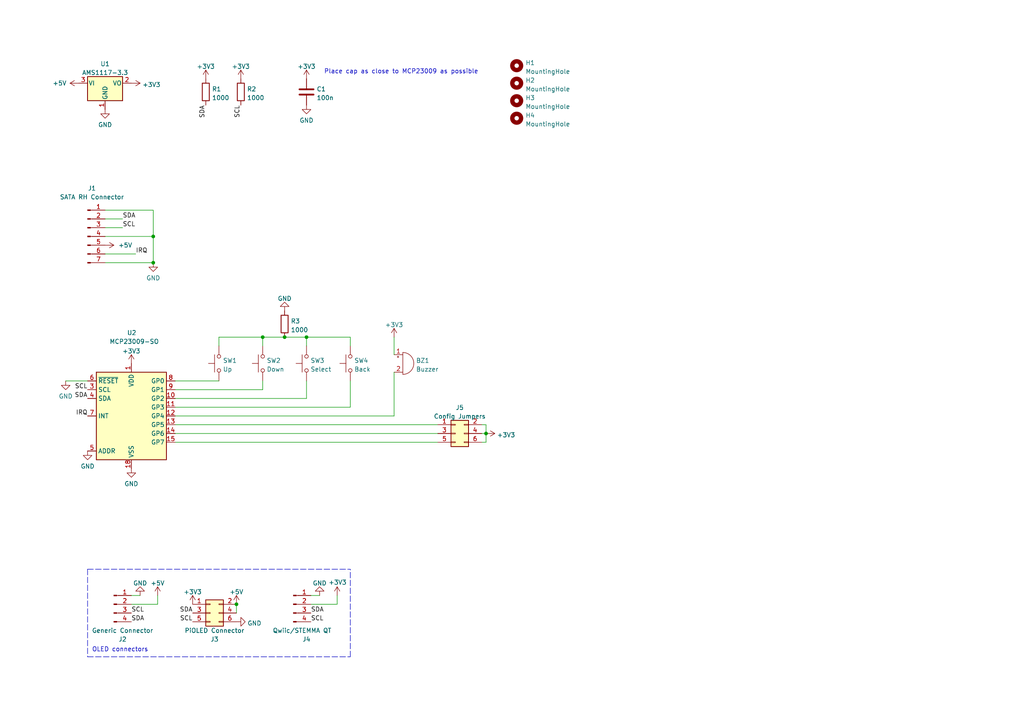
<source format=kicad_sch>
(kicad_sch (version 20211123) (generator eeschema)

  (uuid a5d54026-40bd-45ab-a4c9-312f3def8456)

  (paper "A4")

  (title_block
    (title "PicoPOST Remote")
    (date "2023-01-01")
    (rev "0.2")
    (company "The Retro Web")
    (comment 1 "by Matthew Petry (fireTwoOneNine) and contributors")
  )

  (lib_symbols
    (symbol "Connector:Conn_01x04_Male" (pin_names (offset 1.016) hide) (in_bom yes) (on_board yes)
      (property "Reference" "J" (id 0) (at 0 5.08 0)
        (effects (font (size 1.27 1.27)))
      )
      (property "Value" "Conn_01x04_Male" (id 1) (at 0 -7.62 0)
        (effects (font (size 1.27 1.27)))
      )
      (property "Footprint" "" (id 2) (at 0 0 0)
        (effects (font (size 1.27 1.27)) hide)
      )
      (property "Datasheet" "~" (id 3) (at 0 0 0)
        (effects (font (size 1.27 1.27)) hide)
      )
      (property "ki_keywords" "connector" (id 4) (at 0 0 0)
        (effects (font (size 1.27 1.27)) hide)
      )
      (property "ki_description" "Generic connector, single row, 01x04, script generated (kicad-library-utils/schlib/autogen/connector/)" (id 5) (at 0 0 0)
        (effects (font (size 1.27 1.27)) hide)
      )
      (property "ki_fp_filters" "Connector*:*_1x??_*" (id 6) (at 0 0 0)
        (effects (font (size 1.27 1.27)) hide)
      )
      (symbol "Conn_01x04_Male_1_1"
        (polyline
          (pts
            (xy 1.27 -5.08)
            (xy 0.8636 -5.08)
          )
          (stroke (width 0.1524) (type default) (color 0 0 0 0))
          (fill (type none))
        )
        (polyline
          (pts
            (xy 1.27 -2.54)
            (xy 0.8636 -2.54)
          )
          (stroke (width 0.1524) (type default) (color 0 0 0 0))
          (fill (type none))
        )
        (polyline
          (pts
            (xy 1.27 0)
            (xy 0.8636 0)
          )
          (stroke (width 0.1524) (type default) (color 0 0 0 0))
          (fill (type none))
        )
        (polyline
          (pts
            (xy 1.27 2.54)
            (xy 0.8636 2.54)
          )
          (stroke (width 0.1524) (type default) (color 0 0 0 0))
          (fill (type none))
        )
        (rectangle (start 0.8636 -4.953) (end 0 -5.207)
          (stroke (width 0.1524) (type default) (color 0 0 0 0))
          (fill (type outline))
        )
        (rectangle (start 0.8636 -2.413) (end 0 -2.667)
          (stroke (width 0.1524) (type default) (color 0 0 0 0))
          (fill (type outline))
        )
        (rectangle (start 0.8636 0.127) (end 0 -0.127)
          (stroke (width 0.1524) (type default) (color 0 0 0 0))
          (fill (type outline))
        )
        (rectangle (start 0.8636 2.667) (end 0 2.413)
          (stroke (width 0.1524) (type default) (color 0 0 0 0))
          (fill (type outline))
        )
        (pin passive line (at 5.08 2.54 180) (length 3.81)
          (name "Pin_1" (effects (font (size 1.27 1.27))))
          (number "1" (effects (font (size 1.27 1.27))))
        )
        (pin passive line (at 5.08 0 180) (length 3.81)
          (name "Pin_2" (effects (font (size 1.27 1.27))))
          (number "2" (effects (font (size 1.27 1.27))))
        )
        (pin passive line (at 5.08 -2.54 180) (length 3.81)
          (name "Pin_3" (effects (font (size 1.27 1.27))))
          (number "3" (effects (font (size 1.27 1.27))))
        )
        (pin passive line (at 5.08 -5.08 180) (length 3.81)
          (name "Pin_4" (effects (font (size 1.27 1.27))))
          (number "4" (effects (font (size 1.27 1.27))))
        )
      )
    )
    (symbol "Connector:Conn_01x07_Male" (pin_names (offset 1.016) hide) (in_bom yes) (on_board yes)
      (property "Reference" "J" (id 0) (at 0 10.16 0)
        (effects (font (size 1.27 1.27)))
      )
      (property "Value" "Conn_01x07_Male" (id 1) (at 0 -10.16 0)
        (effects (font (size 1.27 1.27)))
      )
      (property "Footprint" "" (id 2) (at 0 0 0)
        (effects (font (size 1.27 1.27)) hide)
      )
      (property "Datasheet" "~" (id 3) (at 0 0 0)
        (effects (font (size 1.27 1.27)) hide)
      )
      (property "ki_keywords" "connector" (id 4) (at 0 0 0)
        (effects (font (size 1.27 1.27)) hide)
      )
      (property "ki_description" "Generic connector, single row, 01x07, script generated (kicad-library-utils/schlib/autogen/connector/)" (id 5) (at 0 0 0)
        (effects (font (size 1.27 1.27)) hide)
      )
      (property "ki_fp_filters" "Connector*:*_1x??_*" (id 6) (at 0 0 0)
        (effects (font (size 1.27 1.27)) hide)
      )
      (symbol "Conn_01x07_Male_1_1"
        (polyline
          (pts
            (xy 1.27 -7.62)
            (xy 0.8636 -7.62)
          )
          (stroke (width 0.1524) (type default) (color 0 0 0 0))
          (fill (type none))
        )
        (polyline
          (pts
            (xy 1.27 -5.08)
            (xy 0.8636 -5.08)
          )
          (stroke (width 0.1524) (type default) (color 0 0 0 0))
          (fill (type none))
        )
        (polyline
          (pts
            (xy 1.27 -2.54)
            (xy 0.8636 -2.54)
          )
          (stroke (width 0.1524) (type default) (color 0 0 0 0))
          (fill (type none))
        )
        (polyline
          (pts
            (xy 1.27 0)
            (xy 0.8636 0)
          )
          (stroke (width 0.1524) (type default) (color 0 0 0 0))
          (fill (type none))
        )
        (polyline
          (pts
            (xy 1.27 2.54)
            (xy 0.8636 2.54)
          )
          (stroke (width 0.1524) (type default) (color 0 0 0 0))
          (fill (type none))
        )
        (polyline
          (pts
            (xy 1.27 5.08)
            (xy 0.8636 5.08)
          )
          (stroke (width 0.1524) (type default) (color 0 0 0 0))
          (fill (type none))
        )
        (polyline
          (pts
            (xy 1.27 7.62)
            (xy 0.8636 7.62)
          )
          (stroke (width 0.1524) (type default) (color 0 0 0 0))
          (fill (type none))
        )
        (rectangle (start 0.8636 -7.493) (end 0 -7.747)
          (stroke (width 0.1524) (type default) (color 0 0 0 0))
          (fill (type outline))
        )
        (rectangle (start 0.8636 -4.953) (end 0 -5.207)
          (stroke (width 0.1524) (type default) (color 0 0 0 0))
          (fill (type outline))
        )
        (rectangle (start 0.8636 -2.413) (end 0 -2.667)
          (stroke (width 0.1524) (type default) (color 0 0 0 0))
          (fill (type outline))
        )
        (rectangle (start 0.8636 0.127) (end 0 -0.127)
          (stroke (width 0.1524) (type default) (color 0 0 0 0))
          (fill (type outline))
        )
        (rectangle (start 0.8636 2.667) (end 0 2.413)
          (stroke (width 0.1524) (type default) (color 0 0 0 0))
          (fill (type outline))
        )
        (rectangle (start 0.8636 5.207) (end 0 4.953)
          (stroke (width 0.1524) (type default) (color 0 0 0 0))
          (fill (type outline))
        )
        (rectangle (start 0.8636 7.747) (end 0 7.493)
          (stroke (width 0.1524) (type default) (color 0 0 0 0))
          (fill (type outline))
        )
        (pin passive line (at 5.08 7.62 180) (length 3.81)
          (name "Pin_1" (effects (font (size 1.27 1.27))))
          (number "1" (effects (font (size 1.27 1.27))))
        )
        (pin passive line (at 5.08 5.08 180) (length 3.81)
          (name "Pin_2" (effects (font (size 1.27 1.27))))
          (number "2" (effects (font (size 1.27 1.27))))
        )
        (pin passive line (at 5.08 2.54 180) (length 3.81)
          (name "Pin_3" (effects (font (size 1.27 1.27))))
          (number "3" (effects (font (size 1.27 1.27))))
        )
        (pin passive line (at 5.08 0 180) (length 3.81)
          (name "Pin_4" (effects (font (size 1.27 1.27))))
          (number "4" (effects (font (size 1.27 1.27))))
        )
        (pin passive line (at 5.08 -2.54 180) (length 3.81)
          (name "Pin_5" (effects (font (size 1.27 1.27))))
          (number "5" (effects (font (size 1.27 1.27))))
        )
        (pin passive line (at 5.08 -5.08 180) (length 3.81)
          (name "Pin_6" (effects (font (size 1.27 1.27))))
          (number "6" (effects (font (size 1.27 1.27))))
        )
        (pin passive line (at 5.08 -7.62 180) (length 3.81)
          (name "Pin_7" (effects (font (size 1.27 1.27))))
          (number "7" (effects (font (size 1.27 1.27))))
        )
      )
    )
    (symbol "Connector_Generic:Conn_02x03_Odd_Even" (pin_names (offset 1.016) hide) (in_bom yes) (on_board yes)
      (property "Reference" "J" (id 0) (at 1.27 5.08 0)
        (effects (font (size 1.27 1.27)))
      )
      (property "Value" "Conn_02x03_Odd_Even" (id 1) (at 1.27 -5.08 0)
        (effects (font (size 1.27 1.27)))
      )
      (property "Footprint" "" (id 2) (at 0 0 0)
        (effects (font (size 1.27 1.27)) hide)
      )
      (property "Datasheet" "~" (id 3) (at 0 0 0)
        (effects (font (size 1.27 1.27)) hide)
      )
      (property "ki_keywords" "connector" (id 4) (at 0 0 0)
        (effects (font (size 1.27 1.27)) hide)
      )
      (property "ki_description" "Generic connector, double row, 02x03, odd/even pin numbering scheme (row 1 odd numbers, row 2 even numbers), script generated (kicad-library-utils/schlib/autogen/connector/)" (id 5) (at 0 0 0)
        (effects (font (size 1.27 1.27)) hide)
      )
      (property "ki_fp_filters" "Connector*:*_2x??_*" (id 6) (at 0 0 0)
        (effects (font (size 1.27 1.27)) hide)
      )
      (symbol "Conn_02x03_Odd_Even_1_1"
        (rectangle (start -1.27 -2.413) (end 0 -2.667)
          (stroke (width 0.1524) (type default) (color 0 0 0 0))
          (fill (type none))
        )
        (rectangle (start -1.27 0.127) (end 0 -0.127)
          (stroke (width 0.1524) (type default) (color 0 0 0 0))
          (fill (type none))
        )
        (rectangle (start -1.27 2.667) (end 0 2.413)
          (stroke (width 0.1524) (type default) (color 0 0 0 0))
          (fill (type none))
        )
        (rectangle (start -1.27 3.81) (end 3.81 -3.81)
          (stroke (width 0.254) (type default) (color 0 0 0 0))
          (fill (type background))
        )
        (rectangle (start 3.81 -2.413) (end 2.54 -2.667)
          (stroke (width 0.1524) (type default) (color 0 0 0 0))
          (fill (type none))
        )
        (rectangle (start 3.81 0.127) (end 2.54 -0.127)
          (stroke (width 0.1524) (type default) (color 0 0 0 0))
          (fill (type none))
        )
        (rectangle (start 3.81 2.667) (end 2.54 2.413)
          (stroke (width 0.1524) (type default) (color 0 0 0 0))
          (fill (type none))
        )
        (pin passive line (at -5.08 2.54 0) (length 3.81)
          (name "Pin_1" (effects (font (size 1.27 1.27))))
          (number "1" (effects (font (size 1.27 1.27))))
        )
        (pin passive line (at 7.62 2.54 180) (length 3.81)
          (name "Pin_2" (effects (font (size 1.27 1.27))))
          (number "2" (effects (font (size 1.27 1.27))))
        )
        (pin passive line (at -5.08 0 0) (length 3.81)
          (name "Pin_3" (effects (font (size 1.27 1.27))))
          (number "3" (effects (font (size 1.27 1.27))))
        )
        (pin passive line (at 7.62 0 180) (length 3.81)
          (name "Pin_4" (effects (font (size 1.27 1.27))))
          (number "4" (effects (font (size 1.27 1.27))))
        )
        (pin passive line (at -5.08 -2.54 0) (length 3.81)
          (name "Pin_5" (effects (font (size 1.27 1.27))))
          (number "5" (effects (font (size 1.27 1.27))))
        )
        (pin passive line (at 7.62 -2.54 180) (length 3.81)
          (name "Pin_6" (effects (font (size 1.27 1.27))))
          (number "6" (effects (font (size 1.27 1.27))))
        )
      )
    )
    (symbol "Device:Buzzer" (pin_names (offset 0.0254) hide) (in_bom yes) (on_board yes)
      (property "Reference" "BZ" (id 0) (at 3.81 1.27 0)
        (effects (font (size 1.27 1.27)) (justify left))
      )
      (property "Value" "Buzzer" (id 1) (at 3.81 -1.27 0)
        (effects (font (size 1.27 1.27)) (justify left))
      )
      (property "Footprint" "" (id 2) (at -0.635 2.54 90)
        (effects (font (size 1.27 1.27)) hide)
      )
      (property "Datasheet" "~" (id 3) (at -0.635 2.54 90)
        (effects (font (size 1.27 1.27)) hide)
      )
      (property "ki_keywords" "quartz resonator ceramic" (id 4) (at 0 0 0)
        (effects (font (size 1.27 1.27)) hide)
      )
      (property "ki_description" "Buzzer, polarized" (id 5) (at 0 0 0)
        (effects (font (size 1.27 1.27)) hide)
      )
      (property "ki_fp_filters" "*Buzzer*" (id 6) (at 0 0 0)
        (effects (font (size 1.27 1.27)) hide)
      )
      (symbol "Buzzer_0_1"
        (arc (start 0 -3.175) (mid 3.175 0) (end 0 3.175)
          (stroke (width 0) (type default) (color 0 0 0 0))
          (fill (type none))
        )
        (polyline
          (pts
            (xy -1.651 1.905)
            (xy -1.143 1.905)
          )
          (stroke (width 0) (type default) (color 0 0 0 0))
          (fill (type none))
        )
        (polyline
          (pts
            (xy -1.397 2.159)
            (xy -1.397 1.651)
          )
          (stroke (width 0) (type default) (color 0 0 0 0))
          (fill (type none))
        )
        (polyline
          (pts
            (xy 0 3.175)
            (xy 0 -3.175)
          )
          (stroke (width 0) (type default) (color 0 0 0 0))
          (fill (type none))
        )
      )
      (symbol "Buzzer_1_1"
        (pin passive line (at -2.54 2.54 0) (length 2.54)
          (name "-" (effects (font (size 1.27 1.27))))
          (number "1" (effects (font (size 1.27 1.27))))
        )
        (pin passive line (at -2.54 -2.54 0) (length 2.54)
          (name "+" (effects (font (size 1.27 1.27))))
          (number "2" (effects (font (size 1.27 1.27))))
        )
      )
    )
    (symbol "Device:C" (pin_numbers hide) (pin_names (offset 0.254)) (in_bom yes) (on_board yes)
      (property "Reference" "C" (id 0) (at 0.635 2.54 0)
        (effects (font (size 1.27 1.27)) (justify left))
      )
      (property "Value" "C" (id 1) (at 0.635 -2.54 0)
        (effects (font (size 1.27 1.27)) (justify left))
      )
      (property "Footprint" "" (id 2) (at 0.9652 -3.81 0)
        (effects (font (size 1.27 1.27)) hide)
      )
      (property "Datasheet" "~" (id 3) (at 0 0 0)
        (effects (font (size 1.27 1.27)) hide)
      )
      (property "ki_keywords" "cap capacitor" (id 4) (at 0 0 0)
        (effects (font (size 1.27 1.27)) hide)
      )
      (property "ki_description" "Unpolarized capacitor" (id 5) (at 0 0 0)
        (effects (font (size 1.27 1.27)) hide)
      )
      (property "ki_fp_filters" "C_*" (id 6) (at 0 0 0)
        (effects (font (size 1.27 1.27)) hide)
      )
      (symbol "C_0_1"
        (polyline
          (pts
            (xy -2.032 -0.762)
            (xy 2.032 -0.762)
          )
          (stroke (width 0.508) (type default) (color 0 0 0 0))
          (fill (type none))
        )
        (polyline
          (pts
            (xy -2.032 0.762)
            (xy 2.032 0.762)
          )
          (stroke (width 0.508) (type default) (color 0 0 0 0))
          (fill (type none))
        )
      )
      (symbol "C_1_1"
        (pin passive line (at 0 3.81 270) (length 2.794)
          (name "~" (effects (font (size 1.27 1.27))))
          (number "1" (effects (font (size 1.27 1.27))))
        )
        (pin passive line (at 0 -3.81 90) (length 2.794)
          (name "~" (effects (font (size 1.27 1.27))))
          (number "2" (effects (font (size 1.27 1.27))))
        )
      )
    )
    (symbol "Device:R" (pin_numbers hide) (pin_names (offset 0)) (in_bom yes) (on_board yes)
      (property "Reference" "R" (id 0) (at 2.032 0 90)
        (effects (font (size 1.27 1.27)))
      )
      (property "Value" "R" (id 1) (at 0 0 90)
        (effects (font (size 1.27 1.27)))
      )
      (property "Footprint" "" (id 2) (at -1.778 0 90)
        (effects (font (size 1.27 1.27)) hide)
      )
      (property "Datasheet" "~" (id 3) (at 0 0 0)
        (effects (font (size 1.27 1.27)) hide)
      )
      (property "ki_keywords" "R res resistor" (id 4) (at 0 0 0)
        (effects (font (size 1.27 1.27)) hide)
      )
      (property "ki_description" "Resistor" (id 5) (at 0 0 0)
        (effects (font (size 1.27 1.27)) hide)
      )
      (property "ki_fp_filters" "R_*" (id 6) (at 0 0 0)
        (effects (font (size 1.27 1.27)) hide)
      )
      (symbol "R_0_1"
        (rectangle (start -1.016 -2.54) (end 1.016 2.54)
          (stroke (width 0.254) (type default) (color 0 0 0 0))
          (fill (type none))
        )
      )
      (symbol "R_1_1"
        (pin passive line (at 0 3.81 270) (length 1.27)
          (name "~" (effects (font (size 1.27 1.27))))
          (number "1" (effects (font (size 1.27 1.27))))
        )
        (pin passive line (at 0 -3.81 90) (length 1.27)
          (name "~" (effects (font (size 1.27 1.27))))
          (number "2" (effects (font (size 1.27 1.27))))
        )
      )
    )
    (symbol "MCP23009-E_SO:MCP23009-SO" (in_bom yes) (on_board yes)
      (property "Reference" "U" (id 0) (at -8.89 13.97 0)
        (effects (font (size 1.27 1.27)))
      )
      (property "Value" "MCP23009-SO" (id 1) (at 8.89 13.97 0)
        (effects (font (size 1.27 1.27)))
      )
      (property "Footprint" "Package_SO:SOIC-18W_7.5x11.6mm_P1.27mm" (id 2) (at 0 -26.67 0)
        (effects (font (size 1.27 1.27)) hide)
      )
      (property "Datasheet" "http://ww1.microchip.com/downloads/en/DeviceDoc/MCP23008-MCP23S08-Data-Sheet-20001919F.pdf" (id 3) (at 33.02 -30.48 0)
        (effects (font (size 1.27 1.27)) hide)
      )
      (property "ki_keywords" "I2C parallel port expander" (id 4) (at 0 0 0)
        (effects (font (size 1.27 1.27)) hide)
      )
      (property "ki_description" "8-bit I/O expander, I2C, interrupts, SOIC-18" (id 5) (at 0 0 0)
        (effects (font (size 1.27 1.27)) hide)
      )
      (property "ki_fp_filters" "SOIC*7.5x11.6mm*P1.27mm*" (id 6) (at 0 0 0)
        (effects (font (size 1.27 1.27)) hide)
      )
      (symbol "MCP23009-SO_0_1"
        (rectangle (start -10.16 12.7) (end 10.16 -12.7)
          (stroke (width 0.254) (type default) (color 0 0 0 0))
          (fill (type background))
        )
      )
      (symbol "MCP23009-SO_1_1"
        (pin power_in line (at 0 15.24 270) (length 2.54)
          (name "VDD" (effects (font (size 1.27 1.27))))
          (number "1" (effects (font (size 1.27 1.27))))
        )
        (pin bidirectional line (at 12.7 5.08 180) (length 2.54)
          (name "GP2" (effects (font (size 1.27 1.27))))
          (number "10" (effects (font (size 1.27 1.27))))
        )
        (pin bidirectional line (at 12.7 2.54 180) (length 2.54)
          (name "GP3" (effects (font (size 1.27 1.27))))
          (number "11" (effects (font (size 1.27 1.27))))
        )
        (pin bidirectional line (at 12.7 0 180) (length 2.54)
          (name "GP4" (effects (font (size 1.27 1.27))))
          (number "12" (effects (font (size 1.27 1.27))))
        )
        (pin bidirectional line (at 12.7 -2.54 180) (length 2.54)
          (name "GP5" (effects (font (size 1.27 1.27))))
          (number "13" (effects (font (size 1.27 1.27))))
        )
        (pin bidirectional line (at 12.7 -5.08 180) (length 2.54)
          (name "GP6" (effects (font (size 1.27 1.27))))
          (number "14" (effects (font (size 1.27 1.27))))
        )
        (pin bidirectional line (at 12.7 -7.62 180) (length 2.54)
          (name "GP7" (effects (font (size 1.27 1.27))))
          (number "15" (effects (font (size 1.27 1.27))))
        )
        (pin power_in line (at 0 -15.24 90) (length 2.54)
          (name "VSS" (effects (font (size 1.27 1.27))))
          (number "18" (effects (font (size 1.27 1.27))))
        )
        (pin input line (at -12.7 7.62 0) (length 2.54)
          (name "SCL" (effects (font (size 1.27 1.27))))
          (number "3" (effects (font (size 1.27 1.27))))
        )
        (pin bidirectional line (at -12.7 5.08 0) (length 2.54)
          (name "SDA" (effects (font (size 1.27 1.27))))
          (number "4" (effects (font (size 1.27 1.27))))
        )
        (pin input line (at -12.7 -10.16 0) (length 2.54)
          (name "ADDR" (effects (font (size 1.27 1.27))))
          (number "5" (effects (font (size 1.27 1.27))))
        )
        (pin input line (at -12.7 10.16 0) (length 2.54)
          (name "~{RESET}" (effects (font (size 1.27 1.27))))
          (number "6" (effects (font (size 1.27 1.27))))
        )
        (pin output line (at -12.7 0 0) (length 2.54)
          (name "INT" (effects (font (size 1.27 1.27))))
          (number "7" (effects (font (size 1.27 1.27))))
        )
        (pin bidirectional line (at 12.7 10.16 180) (length 2.54)
          (name "GP0" (effects (font (size 1.27 1.27))))
          (number "8" (effects (font (size 1.27 1.27))))
        )
        (pin bidirectional line (at 12.7 7.62 180) (length 2.54)
          (name "GP1" (effects (font (size 1.27 1.27))))
          (number "9" (effects (font (size 1.27 1.27))))
        )
      )
    )
    (symbol "Mechanical:MountingHole" (pin_names (offset 1.016)) (in_bom yes) (on_board yes)
      (property "Reference" "H" (id 0) (at 0 5.08 0)
        (effects (font (size 1.27 1.27)))
      )
      (property "Value" "MountingHole" (id 1) (at 0 3.175 0)
        (effects (font (size 1.27 1.27)))
      )
      (property "Footprint" "" (id 2) (at 0 0 0)
        (effects (font (size 1.27 1.27)) hide)
      )
      (property "Datasheet" "~" (id 3) (at 0 0 0)
        (effects (font (size 1.27 1.27)) hide)
      )
      (property "ki_keywords" "mounting hole" (id 4) (at 0 0 0)
        (effects (font (size 1.27 1.27)) hide)
      )
      (property "ki_description" "Mounting Hole without connection" (id 5) (at 0 0 0)
        (effects (font (size 1.27 1.27)) hide)
      )
      (property "ki_fp_filters" "MountingHole*" (id 6) (at 0 0 0)
        (effects (font (size 1.27 1.27)) hide)
      )
      (symbol "MountingHole_0_1"
        (circle (center 0 0) (radius 1.27)
          (stroke (width 1.27) (type default) (color 0 0 0 0))
          (fill (type none))
        )
      )
    )
    (symbol "Regulator_Linear:AMS1117-3.3" (pin_names (offset 0.254)) (in_bom yes) (on_board yes)
      (property "Reference" "U" (id 0) (at -3.81 3.175 0)
        (effects (font (size 1.27 1.27)))
      )
      (property "Value" "AMS1117-3.3" (id 1) (at 0 3.175 0)
        (effects (font (size 1.27 1.27)) (justify left))
      )
      (property "Footprint" "Package_TO_SOT_SMD:SOT-223-3_TabPin2" (id 2) (at 0 5.08 0)
        (effects (font (size 1.27 1.27)) hide)
      )
      (property "Datasheet" "http://www.advanced-monolithic.com/pdf/ds1117.pdf" (id 3) (at 2.54 -6.35 0)
        (effects (font (size 1.27 1.27)) hide)
      )
      (property "ki_keywords" "linear regulator ldo fixed positive" (id 4) (at 0 0 0)
        (effects (font (size 1.27 1.27)) hide)
      )
      (property "ki_description" "1A Low Dropout regulator, positive, 3.3V fixed output, SOT-223" (id 5) (at 0 0 0)
        (effects (font (size 1.27 1.27)) hide)
      )
      (property "ki_fp_filters" "SOT?223*TabPin2*" (id 6) (at 0 0 0)
        (effects (font (size 1.27 1.27)) hide)
      )
      (symbol "AMS1117-3.3_0_1"
        (rectangle (start -5.08 -5.08) (end 5.08 1.905)
          (stroke (width 0.254) (type default) (color 0 0 0 0))
          (fill (type background))
        )
      )
      (symbol "AMS1117-3.3_1_1"
        (pin power_in line (at 0 -7.62 90) (length 2.54)
          (name "GND" (effects (font (size 1.27 1.27))))
          (number "1" (effects (font (size 1.27 1.27))))
        )
        (pin power_out line (at 7.62 0 180) (length 2.54)
          (name "VO" (effects (font (size 1.27 1.27))))
          (number "2" (effects (font (size 1.27 1.27))))
        )
        (pin power_in line (at -7.62 0 0) (length 2.54)
          (name "VI" (effects (font (size 1.27 1.27))))
          (number "3" (effects (font (size 1.27 1.27))))
        )
      )
    )
    (symbol "Switch:SW_Push" (pin_numbers hide) (pin_names (offset 1.016) hide) (in_bom yes) (on_board yes)
      (property "Reference" "SW" (id 0) (at 1.27 2.54 0)
        (effects (font (size 1.27 1.27)) (justify left))
      )
      (property "Value" "SW_Push" (id 1) (at 0 -1.524 0)
        (effects (font (size 1.27 1.27)))
      )
      (property "Footprint" "" (id 2) (at 0 5.08 0)
        (effects (font (size 1.27 1.27)) hide)
      )
      (property "Datasheet" "~" (id 3) (at 0 5.08 0)
        (effects (font (size 1.27 1.27)) hide)
      )
      (property "ki_keywords" "switch normally-open pushbutton push-button" (id 4) (at 0 0 0)
        (effects (font (size 1.27 1.27)) hide)
      )
      (property "ki_description" "Push button switch, generic, two pins" (id 5) (at 0 0 0)
        (effects (font (size 1.27 1.27)) hide)
      )
      (symbol "SW_Push_0_1"
        (circle (center -2.032 0) (radius 0.508)
          (stroke (width 0) (type default) (color 0 0 0 0))
          (fill (type none))
        )
        (polyline
          (pts
            (xy 0 1.27)
            (xy 0 3.048)
          )
          (stroke (width 0) (type default) (color 0 0 0 0))
          (fill (type none))
        )
        (polyline
          (pts
            (xy 2.54 1.27)
            (xy -2.54 1.27)
          )
          (stroke (width 0) (type default) (color 0 0 0 0))
          (fill (type none))
        )
        (circle (center 2.032 0) (radius 0.508)
          (stroke (width 0) (type default) (color 0 0 0 0))
          (fill (type none))
        )
        (pin passive line (at -5.08 0 0) (length 2.54)
          (name "1" (effects (font (size 1.27 1.27))))
          (number "1" (effects (font (size 1.27 1.27))))
        )
        (pin passive line (at 5.08 0 180) (length 2.54)
          (name "2" (effects (font (size 1.27 1.27))))
          (number "2" (effects (font (size 1.27 1.27))))
        )
      )
    )
    (symbol "power:+3.3V" (power) (pin_names (offset 0)) (in_bom yes) (on_board yes)
      (property "Reference" "#PWR" (id 0) (at 0 -3.81 0)
        (effects (font (size 1.27 1.27)) hide)
      )
      (property "Value" "+3.3V" (id 1) (at 0 3.556 0)
        (effects (font (size 1.27 1.27)))
      )
      (property "Footprint" "" (id 2) (at 0 0 0)
        (effects (font (size 1.27 1.27)) hide)
      )
      (property "Datasheet" "" (id 3) (at 0 0 0)
        (effects (font (size 1.27 1.27)) hide)
      )
      (property "ki_keywords" "power-flag" (id 4) (at 0 0 0)
        (effects (font (size 1.27 1.27)) hide)
      )
      (property "ki_description" "Power symbol creates a global label with name \"+3.3V\"" (id 5) (at 0 0 0)
        (effects (font (size 1.27 1.27)) hide)
      )
      (symbol "+3.3V_0_1"
        (polyline
          (pts
            (xy -0.762 1.27)
            (xy 0 2.54)
          )
          (stroke (width 0) (type default) (color 0 0 0 0))
          (fill (type none))
        )
        (polyline
          (pts
            (xy 0 0)
            (xy 0 2.54)
          )
          (stroke (width 0) (type default) (color 0 0 0 0))
          (fill (type none))
        )
        (polyline
          (pts
            (xy 0 2.54)
            (xy 0.762 1.27)
          )
          (stroke (width 0) (type default) (color 0 0 0 0))
          (fill (type none))
        )
      )
      (symbol "+3.3V_1_1"
        (pin power_in line (at 0 0 90) (length 0) hide
          (name "+3V3" (effects (font (size 1.27 1.27))))
          (number "1" (effects (font (size 1.27 1.27))))
        )
      )
    )
    (symbol "power:+3V3" (power) (pin_names (offset 0)) (in_bom yes) (on_board yes)
      (property "Reference" "#PWR" (id 0) (at 0 -3.81 0)
        (effects (font (size 1.27 1.27)) hide)
      )
      (property "Value" "+3V3" (id 1) (at 0 3.556 0)
        (effects (font (size 1.27 1.27)))
      )
      (property "Footprint" "" (id 2) (at 0 0 0)
        (effects (font (size 1.27 1.27)) hide)
      )
      (property "Datasheet" "" (id 3) (at 0 0 0)
        (effects (font (size 1.27 1.27)) hide)
      )
      (property "ki_keywords" "power-flag" (id 4) (at 0 0 0)
        (effects (font (size 1.27 1.27)) hide)
      )
      (property "ki_description" "Power symbol creates a global label with name \"+3V3\"" (id 5) (at 0 0 0)
        (effects (font (size 1.27 1.27)) hide)
      )
      (symbol "+3V3_0_1"
        (polyline
          (pts
            (xy -0.762 1.27)
            (xy 0 2.54)
          )
          (stroke (width 0) (type default) (color 0 0 0 0))
          (fill (type none))
        )
        (polyline
          (pts
            (xy 0 0)
            (xy 0 2.54)
          )
          (stroke (width 0) (type default) (color 0 0 0 0))
          (fill (type none))
        )
        (polyline
          (pts
            (xy 0 2.54)
            (xy 0.762 1.27)
          )
          (stroke (width 0) (type default) (color 0 0 0 0))
          (fill (type none))
        )
      )
      (symbol "+3V3_1_1"
        (pin power_in line (at 0 0 90) (length 0) hide
          (name "+3V3" (effects (font (size 1.27 1.27))))
          (number "1" (effects (font (size 1.27 1.27))))
        )
      )
    )
    (symbol "power:+5V" (power) (pin_names (offset 0)) (in_bom yes) (on_board yes)
      (property "Reference" "#PWR" (id 0) (at 0 -3.81 0)
        (effects (font (size 1.27 1.27)) hide)
      )
      (property "Value" "+5V" (id 1) (at 0 3.556 0)
        (effects (font (size 1.27 1.27)))
      )
      (property "Footprint" "" (id 2) (at 0 0 0)
        (effects (font (size 1.27 1.27)) hide)
      )
      (property "Datasheet" "" (id 3) (at 0 0 0)
        (effects (font (size 1.27 1.27)) hide)
      )
      (property "ki_keywords" "power-flag" (id 4) (at 0 0 0)
        (effects (font (size 1.27 1.27)) hide)
      )
      (property "ki_description" "Power symbol creates a global label with name \"+5V\"" (id 5) (at 0 0 0)
        (effects (font (size 1.27 1.27)) hide)
      )
      (symbol "+5V_0_1"
        (polyline
          (pts
            (xy -0.762 1.27)
            (xy 0 2.54)
          )
          (stroke (width 0) (type default) (color 0 0 0 0))
          (fill (type none))
        )
        (polyline
          (pts
            (xy 0 0)
            (xy 0 2.54)
          )
          (stroke (width 0) (type default) (color 0 0 0 0))
          (fill (type none))
        )
        (polyline
          (pts
            (xy 0 2.54)
            (xy 0.762 1.27)
          )
          (stroke (width 0) (type default) (color 0 0 0 0))
          (fill (type none))
        )
      )
      (symbol "+5V_1_1"
        (pin power_in line (at 0 0 90) (length 0) hide
          (name "+5V" (effects (font (size 1.27 1.27))))
          (number "1" (effects (font (size 1.27 1.27))))
        )
      )
    )
    (symbol "power:GND" (power) (pin_names (offset 0)) (in_bom yes) (on_board yes)
      (property "Reference" "#PWR" (id 0) (at 0 -6.35 0)
        (effects (font (size 1.27 1.27)) hide)
      )
      (property "Value" "GND" (id 1) (at 0 -3.81 0)
        (effects (font (size 1.27 1.27)))
      )
      (property "Footprint" "" (id 2) (at 0 0 0)
        (effects (font (size 1.27 1.27)) hide)
      )
      (property "Datasheet" "" (id 3) (at 0 0 0)
        (effects (font (size 1.27 1.27)) hide)
      )
      (property "ki_keywords" "power-flag" (id 4) (at 0 0 0)
        (effects (font (size 1.27 1.27)) hide)
      )
      (property "ki_description" "Power symbol creates a global label with name \"GND\" , ground" (id 5) (at 0 0 0)
        (effects (font (size 1.27 1.27)) hide)
      )
      (symbol "GND_0_1"
        (polyline
          (pts
            (xy 0 0)
            (xy 0 -1.27)
            (xy 1.27 -1.27)
            (xy 0 -2.54)
            (xy -1.27 -1.27)
            (xy 0 -1.27)
          )
          (stroke (width 0) (type default) (color 0 0 0 0))
          (fill (type none))
        )
      )
      (symbol "GND_1_1"
        (pin power_in line (at 0 0 270) (length 0) hide
          (name "GND" (effects (font (size 1.27 1.27))))
          (number "1" (effects (font (size 1.27 1.27))))
        )
      )
    )
  )

  (junction (at 82.55 97.79) (diameter 0) (color 0 0 0 0)
    (uuid 2ac2e88b-a75d-40e5-9c2d-fad55b1185a0)
  )
  (junction (at 68.58 175.26) (diameter 0) (color 0 0 0 0)
    (uuid 34e8c6db-aaf7-4dc0-9e8a-628b4a0fc299)
  )
  (junction (at 44.45 76.2) (diameter 0) (color 0 0 0 0)
    (uuid 3f2b0cf5-546b-4950-b90c-67985f05415e)
  )
  (junction (at 76.2 97.79) (diameter 0) (color 0 0 0 0)
    (uuid 4fa93191-6d87-480b-a178-1e1f66d5bbab)
  )
  (junction (at 44.45 68.58) (diameter 0) (color 0 0 0 0)
    (uuid 678278f3-66f7-4766-855f-658225092345)
  )
  (junction (at 140.97 125.73) (diameter 0) (color 0 0 0 0)
    (uuid c1d802ca-df67-4188-89b6-5f8c899ed47b)
  )
  (junction (at 88.9 97.79) (diameter 0) (color 0 0 0 0)
    (uuid ef2fc146-ce96-4350-9920-ba542174acd8)
  )

  (wire (pts (xy 139.7 128.27) (xy 140.97 128.27))
    (stroke (width 0) (type default) (color 0 0 0 0))
    (uuid 024146c0-9b6c-463f-b89a-5a9a997d79b9)
  )
  (wire (pts (xy 140.97 123.19) (xy 140.97 125.73))
    (stroke (width 0) (type default) (color 0 0 0 0))
    (uuid 04a7afb7-df3c-40a4-896e-a0731e3c327b)
  )
  (polyline (pts (xy 25.4 190.5) (xy 101.6 190.5))
    (stroke (width 0) (type default) (color 0 0 0 0))
    (uuid 1787fc8c-77ea-42c6-ae6b-b69a35967256)
  )

  (wire (pts (xy 30.48 60.96) (xy 44.45 60.96))
    (stroke (width 0) (type default) (color 0 0 0 0))
    (uuid 1aba4ed0-6bab-4977-b31b-04038c724964)
  )
  (wire (pts (xy 140.97 128.27) (xy 140.97 125.73))
    (stroke (width 0) (type default) (color 0 0 0 0))
    (uuid 2854a90d-5fa1-4685-9d5a-ef2c7b114b04)
  )
  (wire (pts (xy 30.48 63.5) (xy 35.56 63.5))
    (stroke (width 0) (type default) (color 0 0 0 0))
    (uuid 297531e5-b032-48c1-8897-12802d8e10fe)
  )
  (wire (pts (xy 50.8 123.19) (xy 127 123.19))
    (stroke (width 0) (type default) (color 0 0 0 0))
    (uuid 3182818f-6015-47e1-a3f1-7ec896a5b4c6)
  )
  (wire (pts (xy 50.8 118.11) (xy 101.6 118.11))
    (stroke (width 0) (type default) (color 0 0 0 0))
    (uuid 36f24060-2357-4765-9d48-a8a41dcc7869)
  )
  (wire (pts (xy 90.17 175.26) (xy 97.79 175.26))
    (stroke (width 0) (type default) (color 0 0 0 0))
    (uuid 37989c6d-d151-4a45-b813-30db447709a4)
  )
  (wire (pts (xy 50.8 113.03) (xy 76.2 113.03))
    (stroke (width 0) (type default) (color 0 0 0 0))
    (uuid 384f4c64-4bb2-4b5f-9939-c9400d99437a)
  )
  (polyline (pts (xy 25.4 165.1) (xy 101.6 165.1))
    (stroke (width 0) (type default) (color 0 0 0 0))
    (uuid 3af0215e-5538-4c69-9255-b07039d4998a)
  )

  (wire (pts (xy 90.17 172.72) (xy 92.71 172.72))
    (stroke (width 0) (type default) (color 0 0 0 0))
    (uuid 3de79dd5-26fc-49e8-be9d-5c3c949bb195)
  )
  (wire (pts (xy 30.48 73.66) (xy 39.37 73.66))
    (stroke (width 0) (type default) (color 0 0 0 0))
    (uuid 46fb9ebc-48a1-43fb-b82f-c8a4945b5d70)
  )
  (polyline (pts (xy 25.4 165.1) (xy 25.4 190.5))
    (stroke (width 0) (type default) (color 0 0 0 0))
    (uuid 4e0277fb-6791-4993-b1e2-b3d4736958a5)
  )

  (wire (pts (xy 50.8 120.65) (xy 114.3 120.65))
    (stroke (width 0) (type default) (color 0 0 0 0))
    (uuid 5188c8f3-3a6e-4680-9211-a9d4855cb4d3)
  )
  (wire (pts (xy 101.6 118.11) (xy 101.6 110.49))
    (stroke (width 0) (type default) (color 0 0 0 0))
    (uuid 51bc192b-92a2-44e1-8029-7c99b517761e)
  )
  (wire (pts (xy 44.45 60.96) (xy 44.45 68.58))
    (stroke (width 0) (type default) (color 0 0 0 0))
    (uuid 5290bf4a-ed5c-4336-8fe3-f2f717efb400)
  )
  (wire (pts (xy 45.72 175.26) (xy 45.72 172.72))
    (stroke (width 0) (type default) (color 0 0 0 0))
    (uuid 5b12c41c-e814-4985-a9f3-2607135ed94e)
  )
  (wire (pts (xy 88.9 97.79) (xy 101.6 97.79))
    (stroke (width 0) (type default) (color 0 0 0 0))
    (uuid 5c608c9a-e477-448d-b18e-ab5427e3d181)
  )
  (wire (pts (xy 68.58 175.26) (xy 68.58 177.8))
    (stroke (width 0) (type default) (color 0 0 0 0))
    (uuid 5d6ded4f-a95b-4734-94fa-a7aa8c6fb8d7)
  )
  (wire (pts (xy 139.7 125.73) (xy 140.97 125.73))
    (stroke (width 0) (type default) (color 0 0 0 0))
    (uuid 603a6fb1-4a93-4d6b-8342-1895d56c812e)
  )
  (wire (pts (xy 114.3 97.79) (xy 114.3 102.87))
    (stroke (width 0) (type default) (color 0 0 0 0))
    (uuid 64c99c46-56e7-4e90-8674-c6d9ce7ec20c)
  )
  (wire (pts (xy 63.5 97.79) (xy 76.2 97.79))
    (stroke (width 0) (type default) (color 0 0 0 0))
    (uuid 653d9be3-76b6-4235-8ca8-ac53a68ceece)
  )
  (wire (pts (xy 30.48 68.58) (xy 44.45 68.58))
    (stroke (width 0) (type default) (color 0 0 0 0))
    (uuid 6e6c234b-a19b-4ab5-9ddb-19250ff7e9ae)
  )
  (wire (pts (xy 50.8 115.57) (xy 88.9 115.57))
    (stroke (width 0) (type default) (color 0 0 0 0))
    (uuid 6f7bbea9-2d12-472f-b0f8-a6b5e24e8f94)
  )
  (wire (pts (xy 50.8 128.27) (xy 127 128.27))
    (stroke (width 0) (type default) (color 0 0 0 0))
    (uuid 7097addf-20ac-42f3-be3e-3f43734c79e0)
  )
  (wire (pts (xy 38.1 175.26) (xy 45.72 175.26))
    (stroke (width 0) (type default) (color 0 0 0 0))
    (uuid 75b339a5-2dc7-4de9-afb7-8bc9da135e22)
  )
  (wire (pts (xy 82.55 97.79) (xy 88.9 97.79))
    (stroke (width 0) (type default) (color 0 0 0 0))
    (uuid 82f15b9f-97a6-4c7e-96e0-a78ba8085751)
  )
  (wire (pts (xy 63.5 100.33) (xy 63.5 97.79))
    (stroke (width 0) (type default) (color 0 0 0 0))
    (uuid 8b0c7ff8-8297-4956-9881-72e4c696e5dd)
  )
  (polyline (pts (xy 101.6 190.5) (xy 101.6 165.1))
    (stroke (width 0) (type default) (color 0 0 0 0))
    (uuid 8e6b9415-8d37-46f0-8541-3c1274245a83)
  )

  (wire (pts (xy 76.2 97.79) (xy 82.55 97.79))
    (stroke (width 0) (type default) (color 0 0 0 0))
    (uuid 972af6f3-fae2-4edc-ad6a-553a899b8d8f)
  )
  (wire (pts (xy 114.3 120.65) (xy 114.3 107.95))
    (stroke (width 0) (type default) (color 0 0 0 0))
    (uuid 9b876bd3-f506-413a-8fe0-569da0039ac4)
  )
  (wire (pts (xy 139.7 123.19) (xy 140.97 123.19))
    (stroke (width 0) (type default) (color 0 0 0 0))
    (uuid a3372211-af5c-46be-a55e-ba1ea88872fb)
  )
  (wire (pts (xy 30.48 76.2) (xy 44.45 76.2))
    (stroke (width 0) (type default) (color 0 0 0 0))
    (uuid a75a8659-da38-473f-920b-e9693bb08a3b)
  )
  (wire (pts (xy 30.48 66.04) (xy 35.56 66.04))
    (stroke (width 0) (type default) (color 0 0 0 0))
    (uuid b1392027-f157-440a-aff0-ef0d5949b30a)
  )
  (wire (pts (xy 76.2 97.79) (xy 76.2 100.33))
    (stroke (width 0) (type default) (color 0 0 0 0))
    (uuid b232f998-4764-486f-be6b-bce8812f8193)
  )
  (wire (pts (xy 19.05 110.49) (xy 25.4 110.49))
    (stroke (width 0) (type default) (color 0 0 0 0))
    (uuid b7e973bd-0d4e-4d80-be0d-c3f6a70d7d37)
  )
  (wire (pts (xy 38.1 172.72) (xy 40.64 172.72))
    (stroke (width 0) (type default) (color 0 0 0 0))
    (uuid c5bf8061-09d9-4a6c-9d96-89f41f913574)
  )
  (wire (pts (xy 88.9 97.79) (xy 88.9 100.33))
    (stroke (width 0) (type default) (color 0 0 0 0))
    (uuid c6dddba9-295e-444c-b28f-3e79d32fdc52)
  )
  (wire (pts (xy 76.2 113.03) (xy 76.2 110.49))
    (stroke (width 0) (type default) (color 0 0 0 0))
    (uuid c75ae48b-f315-4078-a3a0-911b4d832602)
  )
  (wire (pts (xy 101.6 97.79) (xy 101.6 100.33))
    (stroke (width 0) (type default) (color 0 0 0 0))
    (uuid cc4ec855-9b5e-4e71-85be-222eb71c0f51)
  )
  (wire (pts (xy 50.8 125.73) (xy 127 125.73))
    (stroke (width 0) (type default) (color 0 0 0 0))
    (uuid da49297e-0072-42cc-a43c-1b78a401ce7c)
  )
  (wire (pts (xy 50.8 110.49) (xy 63.5 110.49))
    (stroke (width 0) (type default) (color 0 0 0 0))
    (uuid dc90d64e-5ca9-4273-a275-2f1fe4dd4954)
  )
  (wire (pts (xy 88.9 115.57) (xy 88.9 110.49))
    (stroke (width 0) (type default) (color 0 0 0 0))
    (uuid dd475595-50b5-4995-ad51-100bd9aa9d40)
  )
  (wire (pts (xy 97.79 175.26) (xy 97.79 172.72))
    (stroke (width 0) (type default) (color 0 0 0 0))
    (uuid edc3b907-17b3-4c26-94d6-f7b93cddd210)
  )
  (wire (pts (xy 44.45 68.58) (xy 44.45 76.2))
    (stroke (width 0) (type default) (color 0 0 0 0))
    (uuid f4164dd2-f4b5-40f1-b9de-4eca7e149a52)
  )

  (text "Place cap as close to MCP23009 as possible" (at 93.98 21.59 0)
    (effects (font (size 1.27 1.27)) (justify left bottom))
    (uuid 4b365e0a-214f-4eb3-a66d-e761760a584f)
  )
  (text "OLED connectors" (at 26.67 189.23 0)
    (effects (font (size 1.27 1.27)) (justify left bottom))
    (uuid f7ae2f63-b411-469b-a649-04af0c2cac90)
  )

  (label "SDA" (at 55.88 177.8 180)
    (effects (font (size 1.27 1.27)) (justify right bottom))
    (uuid 1539a871-e68d-48f7-aae7-188844fe6f03)
  )
  (label "SDA" (at 90.17 177.8 0)
    (effects (font (size 1.27 1.27)) (justify left bottom))
    (uuid 600f4866-930e-445a-82f3-3c916c19a8c0)
  )
  (label "SDA" (at 38.1 180.34 0)
    (effects (font (size 1.27 1.27)) (justify left bottom))
    (uuid 6aecfa31-7828-4620-a8f9-5bb53d3e916b)
  )
  (label "SDA" (at 25.4 115.57 180)
    (effects (font (size 1.27 1.27)) (justify right bottom))
    (uuid 75f2c9ea-c82c-4309-b044-f10e59330a3f)
  )
  (label "IRQ" (at 39.37 73.66 0)
    (effects (font (size 1.27 1.27)) (justify left bottom))
    (uuid 8e048f39-2104-4fd8-ac27-f9a7de428b26)
  )
  (label "SCL" (at 35.56 66.04 0)
    (effects (font (size 1.27 1.27)) (justify left bottom))
    (uuid a0372b73-83a2-4221-ba1f-eba7f35813df)
  )
  (label "SCL" (at 55.88 180.34 180)
    (effects (font (size 1.27 1.27)) (justify right bottom))
    (uuid a0dc47b4-9ca1-4aff-841b-09c8b13ac965)
  )
  (label "SCL" (at 25.4 113.03 180)
    (effects (font (size 1.27 1.27)) (justify right bottom))
    (uuid a2f2eae0-a081-4f4d-9683-a48aed7cf7ef)
  )
  (label "IRQ" (at 25.4 120.65 180)
    (effects (font (size 1.27 1.27)) (justify right bottom))
    (uuid b092ef6f-394e-4958-ad37-3d8bf99b1387)
  )
  (label "SCL" (at 69.85 30.48 270)
    (effects (font (size 1.27 1.27)) (justify right bottom))
    (uuid bcf68e20-22f5-41b0-b52f-1f50d2fe87b8)
  )
  (label "SCL" (at 38.1 177.8 0)
    (effects (font (size 1.27 1.27)) (justify left bottom))
    (uuid c0978b41-29da-4314-b5a7-d82e523dc6d3)
  )
  (label "SCL" (at 90.17 180.34 0)
    (effects (font (size 1.27 1.27)) (justify left bottom))
    (uuid ced60edd-5d14-4cc5-ba34-cab77da430da)
  )
  (label "SDA" (at 35.56 63.5 0)
    (effects (font (size 1.27 1.27)) (justify left bottom))
    (uuid cfc8c9bc-5b83-4f47-8c6a-0bfd735b60e6)
  )
  (label "SDA" (at 59.69 30.48 270)
    (effects (font (size 1.27 1.27)) (justify right bottom))
    (uuid eda3bded-70d6-4416-adfa-8e69e97fa383)
  )

  (symbol (lib_id "Connector:Conn_01x07_Male") (at 25.4 68.58 0) (unit 1)
    (in_bom yes) (on_board yes)
    (uuid 02b18e06-be3d-47b6-b461-abc44f446597)
    (property "Reference" "J1" (id 0) (at 26.67 54.61 0))
    (property "Value" "SATA RH Connector" (id 1) (at 26.67 57.15 0))
    (property "Footprint" "eec:Molex-47080-4001-0-0-0" (id 2) (at 25.4 68.58 0)
      (effects (font (size 1.27 1.27)) hide)
    )
    (property "Datasheet" "~" (id 3) (at 25.4 68.58 0)
      (effects (font (size 1.27 1.27)) hide)
    )
    (pin "1" (uuid 5c5924c4-b39c-445c-a829-7a5bc407daab))
    (pin "2" (uuid 400f4ee4-d275-4cbf-a20e-356d253aad5a))
    (pin "3" (uuid 3924276d-b2bc-4be2-9f8b-5b4062d8a07d))
    (pin "4" (uuid ec8aa57f-3b87-4de1-a249-c72c04c5821f))
    (pin "5" (uuid 4a5f495b-5e47-4b96-bcd4-de4939827f2a))
    (pin "6" (uuid 6fd3ffa5-1a79-4c54-9314-700fd0b7690f))
    (pin "7" (uuid 6269fa10-b48b-4870-a54c-db64f37aa2c4))
  )

  (symbol (lib_id "power:GND") (at 30.48 31.75 0) (unit 1)
    (in_bom yes) (on_board yes) (fields_autoplaced)
    (uuid 04804b27-a7d5-48ff-a73e-23933b8fdf93)
    (property "Reference" "#PWR04" (id 0) (at 30.48 38.1 0)
      (effects (font (size 1.27 1.27)) hide)
    )
    (property "Value" "GND" (id 1) (at 30.48 36.1934 0))
    (property "Footprint" "" (id 2) (at 30.48 31.75 0)
      (effects (font (size 1.27 1.27)) hide)
    )
    (property "Datasheet" "" (id 3) (at 30.48 31.75 0)
      (effects (font (size 1.27 1.27)) hide)
    )
    (pin "1" (uuid ffca8013-d88e-4897-bca8-6e124c9b31c0))
  )

  (symbol (lib_id "power:GND") (at 38.1 135.89 0) (unit 1)
    (in_bom yes) (on_board yes) (fields_autoplaced)
    (uuid 08e7c081-8d95-4e68-8eac-6a44f438b0a7)
    (property "Reference" "#PWR08" (id 0) (at 38.1 142.24 0)
      (effects (font (size 1.27 1.27)) hide)
    )
    (property "Value" "GND" (id 1) (at 38.1 140.3334 0))
    (property "Footprint" "" (id 2) (at 38.1 135.89 0)
      (effects (font (size 1.27 1.27)) hide)
    )
    (property "Datasheet" "" (id 3) (at 38.1 135.89 0)
      (effects (font (size 1.27 1.27)) hide)
    )
    (pin "1" (uuid 192333b4-1c90-4963-a91c-852da5782433))
  )

  (symbol (lib_id "power:GND") (at 82.55 90.17 180) (unit 1)
    (in_bom yes) (on_board yes) (fields_autoplaced)
    (uuid 0eb2d1f7-feee-46ec-ab1c-f47083c4cc93)
    (property "Reference" "#PWR017" (id 0) (at 82.55 83.82 0)
      (effects (font (size 1.27 1.27)) hide)
    )
    (property "Value" "GND" (id 1) (at 82.55 86.5942 0))
    (property "Footprint" "" (id 2) (at 82.55 90.17 0)
      (effects (font (size 1.27 1.27)) hide)
    )
    (property "Datasheet" "" (id 3) (at 82.55 90.17 0)
      (effects (font (size 1.27 1.27)) hide)
    )
    (pin "1" (uuid f6bae17a-c54e-4d51-814b-2d8a1346bfb6))
  )

  (symbol (lib_id "Mechanical:MountingHole") (at 149.86 29.21 0) (unit 1)
    (in_bom yes) (on_board yes) (fields_autoplaced)
    (uuid 1a6330d6-248a-405a-80d6-f9cc440cbc9d)
    (property "Reference" "H3" (id 0) (at 152.4 28.3753 0)
      (effects (font (size 1.27 1.27)) (justify left))
    )
    (property "Value" "MountingHole" (id 1) (at 152.4 30.9122 0)
      (effects (font (size 1.27 1.27)) (justify left))
    )
    (property "Footprint" "MountingHole:MountingHole_2.2mm_M2" (id 2) (at 149.86 29.21 0)
      (effects (font (size 1.27 1.27)) hide)
    )
    (property "Datasheet" "~" (id 3) (at 149.86 29.21 0)
      (effects (font (size 1.27 1.27)) hide)
    )
  )

  (symbol (lib_id "Mechanical:MountingHole") (at 149.86 19.05 0) (unit 1)
    (in_bom yes) (on_board yes) (fields_autoplaced)
    (uuid 1ce1bf17-6893-4f1f-ad36-75eba3305d49)
    (property "Reference" "H1" (id 0) (at 152.4 18.2153 0)
      (effects (font (size 1.27 1.27)) (justify left))
    )
    (property "Value" "MountingHole" (id 1) (at 152.4 20.7522 0)
      (effects (font (size 1.27 1.27)) (justify left))
    )
    (property "Footprint" "MountingHole:MountingHole_2.2mm_M2" (id 2) (at 149.86 19.05 0)
      (effects (font (size 1.27 1.27)) hide)
    )
    (property "Datasheet" "~" (id 3) (at 149.86 19.05 0)
      (effects (font (size 1.27 1.27)) hide)
    )
  )

  (symbol (lib_id "Device:C") (at 88.9 26.67 0) (unit 1)
    (in_bom yes) (on_board yes) (fields_autoplaced)
    (uuid 255bdf87-a808-449a-afae-fd668832d4c3)
    (property "Reference" "C1" (id 0) (at 91.821 25.8353 0)
      (effects (font (size 1.27 1.27)) (justify left))
    )
    (property "Value" "100n" (id 1) (at 91.821 28.3722 0)
      (effects (font (size 1.27 1.27)) (justify left))
    )
    (property "Footprint" "Capacitor_SMD:C_1206_3216Metric_Pad1.33x1.80mm_HandSolder" (id 2) (at 89.8652 30.48 0)
      (effects (font (size 1.27 1.27)) hide)
    )
    (property "Datasheet" "~" (id 3) (at 88.9 26.67 0)
      (effects (font (size 1.27 1.27)) hide)
    )
    (pin "1" (uuid 92d19911-faf5-47b5-a45b-87396d1674ee))
    (pin "2" (uuid 51f5d0f4-9ffe-44b5-addf-5c60da60593f))
  )

  (symbol (lib_id "power:+3V3") (at 69.85 22.86 0) (unit 1)
    (in_bom yes) (on_board yes) (fields_autoplaced)
    (uuid 26c0f7d1-2571-4449-a3b7-4f8715034677)
    (property "Reference" "#PWR016" (id 0) (at 69.85 26.67 0)
      (effects (font (size 1.27 1.27)) hide)
    )
    (property "Value" "+3V3" (id 1) (at 69.85 19.2842 0))
    (property "Footprint" "" (id 2) (at 69.85 22.86 0)
      (effects (font (size 1.27 1.27)) hide)
    )
    (property "Datasheet" "" (id 3) (at 69.85 22.86 0)
      (effects (font (size 1.27 1.27)) hide)
    )
    (pin "1" (uuid 5cee5fff-52a9-4213-a3cf-324a915fc020))
  )

  (symbol (lib_id "Connector:Conn_01x04_Male") (at 33.02 175.26 0) (unit 1)
    (in_bom yes) (on_board yes)
    (uuid 285444cd-2908-47e4-9720-a9433d9d6a8f)
    (property "Reference" "J2" (id 0) (at 35.56 185.42 0))
    (property "Value" "Generic Connector" (id 1) (at 35.56 182.88 0))
    (property "Footprint" "Connector_PinHeader_2.54mm:PinHeader_1x04_P2.54mm_Vertical" (id 2) (at 33.02 175.26 0)
      (effects (font (size 1.27 1.27)) hide)
    )
    (property "Datasheet" "~" (id 3) (at 33.02 175.26 0)
      (effects (font (size 1.27 1.27)) hide)
    )
    (pin "1" (uuid d13d168b-3d4d-4d7e-95f0-517c809a6a66))
    (pin "2" (uuid de88085f-96a1-4b99-b1c2-97eb8b8df4cb))
    (pin "3" (uuid 7bdd3209-c50c-4e5f-8618-d30c23c3b9da))
    (pin "4" (uuid 7af725bd-3f23-45cf-b217-b1994f2d64ae))
  )

  (symbol (lib_id "power:GND") (at 40.64 172.72 180) (unit 1)
    (in_bom yes) (on_board yes) (fields_autoplaced)
    (uuid 2b5ce9bb-0cd5-48d2-9788-ee035d5f3a5e)
    (property "Reference" "#PWR010" (id 0) (at 40.64 166.37 0)
      (effects (font (size 1.27 1.27)) hide)
    )
    (property "Value" "GND" (id 1) (at 40.64 169.1442 0))
    (property "Footprint" "" (id 2) (at 40.64 172.72 0)
      (effects (font (size 1.27 1.27)) hide)
    )
    (property "Datasheet" "" (id 3) (at 40.64 172.72 0)
      (effects (font (size 1.27 1.27)) hide)
    )
    (pin "1" (uuid cba63cec-f0ff-4e05-917a-2ad0940c3c74))
  )

  (symbol (lib_id "power:+3V3") (at 59.69 22.86 0) (unit 1)
    (in_bom yes) (on_board yes) (fields_autoplaced)
    (uuid 2cafa12a-95f0-4f8f-94ef-fa0d75869cc0)
    (property "Reference" "#PWR013" (id 0) (at 59.69 26.67 0)
      (effects (font (size 1.27 1.27)) hide)
    )
    (property "Value" "+3V3" (id 1) (at 59.69 19.2842 0))
    (property "Footprint" "" (id 2) (at 59.69 22.86 0)
      (effects (font (size 1.27 1.27)) hide)
    )
    (property "Datasheet" "" (id 3) (at 59.69 22.86 0)
      (effects (font (size 1.27 1.27)) hide)
    )
    (pin "1" (uuid 0f0ea955-51cb-4e01-b33c-f9aab2b7614a))
  )

  (symbol (lib_id "power:+3V3") (at 38.1 105.41 0) (unit 1)
    (in_bom yes) (on_board yes) (fields_autoplaced)
    (uuid 33e030be-a3ac-4a0a-a30e-0a3412ecfff7)
    (property "Reference" "#PWR07" (id 0) (at 38.1 109.22 0)
      (effects (font (size 1.27 1.27)) hide)
    )
    (property "Value" "+3V3" (id 1) (at 38.1 101.8342 0))
    (property "Footprint" "" (id 2) (at 38.1 105.41 0)
      (effects (font (size 1.27 1.27)) hide)
    )
    (property "Datasheet" "" (id 3) (at 38.1 105.41 0)
      (effects (font (size 1.27 1.27)) hide)
    )
    (pin "1" (uuid a7f75d41-ef48-4243-8a4c-a87e573bfd46))
  )

  (symbol (lib_id "Connector_Generic:Conn_02x03_Odd_Even") (at 132.08 125.73 0) (unit 1)
    (in_bom yes) (on_board yes) (fields_autoplaced)
    (uuid 359f8846-914d-4a28-8b38-db39c8d8301b)
    (property "Reference" "J5" (id 0) (at 133.35 118.2202 0))
    (property "Value" "Config Jumpers" (id 1) (at 133.35 120.7571 0))
    (property "Footprint" "Connector_PinSocket_1.27mm:PinSocket_2x03_P1.27mm_Vertical_SMD" (id 2) (at 132.08 125.73 0)
      (effects (font (size 1.27 1.27)) hide)
    )
    (property "Datasheet" "~" (id 3) (at 132.08 125.73 0)
      (effects (font (size 1.27 1.27)) hide)
    )
    (pin "1" (uuid 68220402-29b9-49c3-ac37-4e96d19efee7))
    (pin "2" (uuid 6e1fdabf-32d0-4bbf-b246-79408d1a2490))
    (pin "3" (uuid c0a240de-f4d1-42fe-be61-229343e6fec0))
    (pin "4" (uuid d96925bc-751e-4d1e-b044-00cc2cbc7c76))
    (pin "5" (uuid 1affab57-2061-4777-bfb7-51b0483cea31))
    (pin "6" (uuid 53796edc-c605-4631-b6b0-487db5817d30))
  )

  (symbol (lib_id "Mechanical:MountingHole") (at 149.86 34.29 0) (unit 1)
    (in_bom yes) (on_board yes) (fields_autoplaced)
    (uuid 3c5ab205-c9af-4ce3-92c6-29026f8949b0)
    (property "Reference" "H4" (id 0) (at 152.4 33.4553 0)
      (effects (font (size 1.27 1.27)) (justify left))
    )
    (property "Value" "MountingHole" (id 1) (at 152.4 35.9922 0)
      (effects (font (size 1.27 1.27)) (justify left))
    )
    (property "Footprint" "MountingHole:MountingHole_2.2mm_M2" (id 2) (at 149.86 34.29 0)
      (effects (font (size 1.27 1.27)) hide)
    )
    (property "Datasheet" "~" (id 3) (at 149.86 34.29 0)
      (effects (font (size 1.27 1.27)) hide)
    )
  )

  (symbol (lib_id "Connector:Conn_01x04_Male") (at 85.09 175.26 0) (unit 1)
    (in_bom yes) (on_board yes)
    (uuid 4387efae-6e54-49d6-bb51-0269534909cb)
    (property "Reference" "J4" (id 0) (at 88.9 185.42 0))
    (property "Value" "Qwiic/STEMMA QT" (id 1) (at 87.63 182.88 0))
    (property "Footprint" "Connector_JST:JST_SH_SM04B-SRSS-TB_1x04-1MP_P1.00mm_Horizontal" (id 2) (at 85.09 175.26 0)
      (effects (font (size 1.27 1.27)) hide)
    )
    (property "Datasheet" "~" (id 3) (at 85.09 175.26 0)
      (effects (font (size 1.27 1.27)) hide)
    )
    (pin "1" (uuid dd7e8ba2-c710-4576-a015-b70ee8e4c458))
    (pin "2" (uuid 3edae7a6-f9f8-46ed-86a1-f24f5072cff5))
    (pin "3" (uuid e899121c-9d99-4c8a-a068-3904e8ee9383))
    (pin "4" (uuid 0b7769b8-58a0-4a62-bd99-cdb8d806c3d5))
  )

  (symbol (lib_id "MCP23009-E_SO:MCP23009-SO") (at 38.1 120.65 0) (unit 1)
    (in_bom yes) (on_board yes)
    (uuid 44ffde5d-a720-453b-a1ba-0d78875d79d1)
    (property "Reference" "U2" (id 0) (at 36.83 96.52 0)
      (effects (font (size 1.27 1.27)) (justify left))
    )
    (property "Value" "MCP23009-SO" (id 1) (at 31.75 99.06 0)
      (effects (font (size 1.27 1.27)) (justify left))
    )
    (property "Footprint" "Package_SO:SOIC-18W_7.5x11.6mm_P1.27mm" (id 2) (at 38.1 147.32 0)
      (effects (font (size 1.27 1.27)) hide)
    )
    (property "Datasheet" "http://ww1.microchip.com/downloads/en/DeviceDoc/MCP23008-MCP23S08-Data-Sheet-20001919F.pdf" (id 3) (at 71.12 151.13 0)
      (effects (font (size 1.27 1.27)) hide)
    )
    (pin "1" (uuid 990d1604-417e-4a11-82ce-d7abb0d959b2))
    (pin "10" (uuid f1bc6538-3f3c-45fe-93aa-74d63b905f2c))
    (pin "11" (uuid 561859b1-2ce9-4243-bedc-b0421d83aced))
    (pin "12" (uuid 742b61e6-9ca5-4a40-87e0-824eee4cd1f6))
    (pin "13" (uuid cbf3e31b-b96f-43ba-b3f5-78c40a520fc6))
    (pin "14" (uuid 752b35fe-8e9b-44b7-9160-e1ae510233a7))
    (pin "15" (uuid a495ff19-8f56-4ea4-ad2d-f23807627ea7))
    (pin "18" (uuid a33414ea-b3de-4848-b28a-baa5d8314a66))
    (pin "3" (uuid 4b4afec4-87c3-4bf5-832c-9ec5a0e84378))
    (pin "4" (uuid 364e1aa2-db47-46e5-8b26-ad5c78c9c5d2))
    (pin "5" (uuid b4befe06-34ca-4b5e-894b-425394f81e29))
    (pin "6" (uuid f5ef4c75-0769-424d-8520-c6f1f182168f))
    (pin "7" (uuid 337773aa-dbfd-4fa9-9337-157045b17fca))
    (pin "8" (uuid b01369fe-76e4-4d24-be5d-e5166f823974))
    (pin "9" (uuid 34c6dc22-f2e0-410f-b1b3-94460afb2557))
  )

  (symbol (lib_id "power:GND") (at 88.9 30.48 0) (unit 1)
    (in_bom yes) (on_board yes) (fields_autoplaced)
    (uuid 4ab3e762-5b4a-4fc3-9e9b-726304986e55)
    (property "Reference" "#PWR022" (id 0) (at 88.9 36.83 0)
      (effects (font (size 1.27 1.27)) hide)
    )
    (property "Value" "GND" (id 1) (at 88.9 34.9234 0))
    (property "Footprint" "" (id 2) (at 88.9 30.48 0)
      (effects (font (size 1.27 1.27)) hide)
    )
    (property "Datasheet" "" (id 3) (at 88.9 30.48 0)
      (effects (font (size 1.27 1.27)) hide)
    )
    (pin "1" (uuid 7306c221-f98c-495b-8b1d-9677fd1b67bf))
  )

  (symbol (lib_id "power:GND") (at 44.45 76.2 0) (unit 1)
    (in_bom yes) (on_board yes) (fields_autoplaced)
    (uuid 50f95f4f-a59c-4b83-8620-071958a35a2d)
    (property "Reference" "#PWR09" (id 0) (at 44.45 82.55 0)
      (effects (font (size 1.27 1.27)) hide)
    )
    (property "Value" "GND" (id 1) (at 44.45 80.6434 0))
    (property "Footprint" "" (id 2) (at 44.45 76.2 0)
      (effects (font (size 1.27 1.27)) hide)
    )
    (property "Datasheet" "" (id 3) (at 44.45 76.2 0)
      (effects (font (size 1.27 1.27)) hide)
    )
    (pin "1" (uuid 5cc79bd9-698c-47da-9272-ce7fd8da6683))
  )

  (symbol (lib_id "power:+3V3") (at 114.3 97.79 0) (unit 1)
    (in_bom yes) (on_board yes) (fields_autoplaced)
    (uuid 53c08879-3deb-4961-9aa6-df70ef6b1d28)
    (property "Reference" "#PWR020" (id 0) (at 114.3 101.6 0)
      (effects (font (size 1.27 1.27)) hide)
    )
    (property "Value" "+3V3" (id 1) (at 114.3 94.2142 0))
    (property "Footprint" "" (id 2) (at 114.3 97.79 0)
      (effects (font (size 1.27 1.27)) hide)
    )
    (property "Datasheet" "" (id 3) (at 114.3 97.79 0)
      (effects (font (size 1.27 1.27)) hide)
    )
    (pin "1" (uuid c608d36c-d0a7-4242-ae32-1cd262f6b933))
  )

  (symbol (lib_id "power:+3.3V") (at 140.97 125.73 270) (unit 1)
    (in_bom yes) (on_board yes) (fields_autoplaced)
    (uuid 5893c6b0-a28c-4a66-95fb-8945807c0144)
    (property "Reference" "#PWR0101" (id 0) (at 137.16 125.73 0)
      (effects (font (size 1.27 1.27)) hide)
    )
    (property "Value" "+3.3V" (id 1) (at 144.145 126.1638 90)
      (effects (font (size 1.27 1.27)) (justify left))
    )
    (property "Footprint" "" (id 2) (at 140.97 125.73 0)
      (effects (font (size 1.27 1.27)) hide)
    )
    (property "Datasheet" "" (id 3) (at 140.97 125.73 0)
      (effects (font (size 1.27 1.27)) hide)
    )
    (pin "1" (uuid f2c92ddb-9816-4c00-8199-c2cf0d76131b))
  )

  (symbol (lib_id "power:+3V3") (at 97.79 172.72 0) (unit 1)
    (in_bom yes) (on_board yes)
    (uuid 5eabdb1e-ad3a-4059-af32-3dd516c114bd)
    (property "Reference" "#PWR019" (id 0) (at 97.79 176.53 0)
      (effects (font (size 1.27 1.27)) hide)
    )
    (property "Value" "+3V3" (id 1) (at 95.25 168.91 0)
      (effects (font (size 1.27 1.27)) (justify left))
    )
    (property "Footprint" "" (id 2) (at 97.79 172.72 0)
      (effects (font (size 1.27 1.27)) hide)
    )
    (property "Datasheet" "" (id 3) (at 97.79 172.72 0)
      (effects (font (size 1.27 1.27)) hide)
    )
    (pin "1" (uuid 04b24c09-de37-4792-93f8-db546447a90d))
  )

  (symbol (lib_id "power:GND") (at 92.71 172.72 180) (unit 1)
    (in_bom yes) (on_board yes) (fields_autoplaced)
    (uuid 5f379e33-5bcf-489d-af05-3284facdafc0)
    (property "Reference" "#PWR018" (id 0) (at 92.71 166.37 0)
      (effects (font (size 1.27 1.27)) hide)
    )
    (property "Value" "GND" (id 1) (at 92.71 169.1442 0))
    (property "Footprint" "" (id 2) (at 92.71 172.72 0)
      (effects (font (size 1.27 1.27)) hide)
    )
    (property "Datasheet" "" (id 3) (at 92.71 172.72 0)
      (effects (font (size 1.27 1.27)) hide)
    )
    (pin "1" (uuid 8ae44ac9-caf4-4cf0-8276-36fb424c8ecb))
  )

  (symbol (lib_id "Connector_Generic:Conn_02x03_Odd_Even") (at 60.96 177.8 0) (unit 1)
    (in_bom yes) (on_board yes)
    (uuid 5f4dbd51-6a38-4c46-b989-a3fc264db239)
    (property "Reference" "J3" (id 0) (at 62.23 185.42 0))
    (property "Value" "PiOLED Connector" (id 1) (at 62.23 182.88 0))
    (property "Footprint" "Connector_PinHeader_2.54mm:PinHeader_2x03_P2.54mm_Vertical" (id 2) (at 60.96 177.8 0)
      (effects (font (size 1.27 1.27)) hide)
    )
    (property "Datasheet" "~" (id 3) (at 60.96 177.8 0)
      (effects (font (size 1.27 1.27)) hide)
    )
    (pin "1" (uuid cdfa48d2-bf5f-4cb6-b74c-acece852689d))
    (pin "2" (uuid f6fcdc9b-e087-4762-869f-3ef285055f5d))
    (pin "3" (uuid acd03e1b-7371-4cb0-8b5b-2099966d0b4e))
    (pin "4" (uuid 5ba2a037-53f1-4dd8-a865-5bd86787b789))
    (pin "5" (uuid d2d5e3fd-9e36-4d3c-98f1-a792268a064b))
    (pin "6" (uuid d85d3989-2557-4291-8bdd-5b3cf3f3d817))
  )

  (symbol (lib_id "Device:R") (at 69.85 26.67 0) (unit 1)
    (in_bom yes) (on_board yes) (fields_autoplaced)
    (uuid 605b6736-213c-42bf-abf7-6a0d4de806f9)
    (property "Reference" "R2" (id 0) (at 71.628 25.8353 0)
      (effects (font (size 1.27 1.27)) (justify left))
    )
    (property "Value" "1000" (id 1) (at 71.628 28.3722 0)
      (effects (font (size 1.27 1.27)) (justify left))
    )
    (property "Footprint" "Resistor_SMD:R_1206_3216Metric_Pad1.30x1.75mm_HandSolder" (id 2) (at 68.072 26.67 90)
      (effects (font (size 1.27 1.27)) hide)
    )
    (property "Datasheet" "~" (id 3) (at 69.85 26.67 0)
      (effects (font (size 1.27 1.27)) hide)
    )
    (pin "1" (uuid 59037f05-69d4-40e0-859a-53ec6cd2f9c2))
    (pin "2" (uuid c9d69eef-e920-4152-94df-2651f9f6c2f6))
  )

  (symbol (lib_id "power:+5V") (at 22.86 24.13 90) (unit 1)
    (in_bom yes) (on_board yes)
    (uuid 60961a4a-dbaf-4fa3-a5c5-f84033053423)
    (property "Reference" "#PWR02" (id 0) (at 26.67 24.13 0)
      (effects (font (size 1.27 1.27)) hide)
    )
    (property "Value" "+5V" (id 1) (at 15.24 24.13 90)
      (effects (font (size 1.27 1.27)) (justify right))
    )
    (property "Footprint" "" (id 2) (at 22.86 24.13 0)
      (effects (font (size 1.27 1.27)) hide)
    )
    (property "Datasheet" "" (id 3) (at 22.86 24.13 0)
      (effects (font (size 1.27 1.27)) hide)
    )
    (pin "1" (uuid bdc65c61-713d-46ff-8263-e7cb7c57c4d6))
  )

  (symbol (lib_id "Regulator_Linear:AMS1117-3.3") (at 30.48 24.13 0) (unit 1)
    (in_bom yes) (on_board yes) (fields_autoplaced)
    (uuid 64e71535-1dc3-4e04-ae19-890e38ee709d)
    (property "Reference" "U1" (id 0) (at 30.48 18.5252 0))
    (property "Value" "AMS1117-3.3" (id 1) (at 30.48 21.0621 0))
    (property "Footprint" "Package_TO_SOT_SMD:SOT-223-3_TabPin2" (id 2) (at 30.48 19.05 0)
      (effects (font (size 1.27 1.27)) hide)
    )
    (property "Datasheet" "http://www.advanced-monolithic.com/pdf/ds1117.pdf" (id 3) (at 33.02 30.48 0)
      (effects (font (size 1.27 1.27)) hide)
    )
    (pin "1" (uuid decb607a-d00b-4cf3-bf48-4e7e75a2c0ad))
    (pin "2" (uuid 66e9777a-42b3-4f37-b366-4041d2deb890))
    (pin "3" (uuid 0f169ae5-1ca2-4729-822c-72d750c0ec35))
  )

  (symbol (lib_id "power:GND") (at 68.58 180.34 90) (unit 1)
    (in_bom yes) (on_board yes) (fields_autoplaced)
    (uuid 6776b310-cadd-410d-85a9-c8fa6a0a65e8)
    (property "Reference" "#PWR015" (id 0) (at 74.93 180.34 0)
      (effects (font (size 1.27 1.27)) hide)
    )
    (property "Value" "GND" (id 1) (at 71.755 180.7738 90)
      (effects (font (size 1.27 1.27)) (justify right))
    )
    (property "Footprint" "" (id 2) (at 68.58 180.34 0)
      (effects (font (size 1.27 1.27)) hide)
    )
    (property "Datasheet" "" (id 3) (at 68.58 180.34 0)
      (effects (font (size 1.27 1.27)) hide)
    )
    (pin "1" (uuid 4d81bfb5-055a-4d8b-a2cf-b54e682967dd))
  )

  (symbol (lib_id "power:+5V") (at 30.48 71.12 270) (mirror x) (unit 1)
    (in_bom yes) (on_board yes)
    (uuid 68c622ad-ac29-4c59-968c-05d2c485b3a2)
    (property "Reference" "#PWR05" (id 0) (at 26.67 71.12 0)
      (effects (font (size 1.27 1.27)) hide)
    )
    (property "Value" "+5V" (id 1) (at 34.29 71.12 90)
      (effects (font (size 1.27 1.27)) (justify left))
    )
    (property "Footprint" "" (id 2) (at 30.48 71.12 0)
      (effects (font (size 1.27 1.27)) hide)
    )
    (property "Datasheet" "" (id 3) (at 30.48 71.12 0)
      (effects (font (size 1.27 1.27)) hide)
    )
    (pin "1" (uuid f62f7f9e-fdc5-41da-9213-e94a8e819675))
  )

  (symbol (lib_id "Device:Buzzer") (at 116.84 105.41 0) (unit 1)
    (in_bom yes) (on_board yes) (fields_autoplaced)
    (uuid 739c6093-b04b-457a-aaf1-ef60eb687859)
    (property "Reference" "BZ1" (id 0) (at 120.65 104.5753 0)
      (effects (font (size 1.27 1.27)) (justify left))
    )
    (property "Value" "Buzzer" (id 1) (at 120.65 107.1122 0)
      (effects (font (size 1.27 1.27)) (justify left))
    )
    (property "Footprint" "modified ICs:7.6mm side mount buzzer" (id 2) (at 116.205 102.87 90)
      (effects (font (size 1.27 1.27)) hide)
    )
    (property "Datasheet" "~" (id 3) (at 116.205 102.87 90)
      (effects (font (size 1.27 1.27)) hide)
    )
    (pin "1" (uuid 10a3dc23-daee-448d-8457-08d407b9a423))
    (pin "2" (uuid 864a35af-5805-41da-888d-67d63c36ac08))
  )

  (symbol (lib_id "power:GND") (at 19.05 110.49 0) (unit 1)
    (in_bom yes) (on_board yes) (fields_autoplaced)
    (uuid 85d91e9c-72e5-481b-ae22-7bfb05524650)
    (property "Reference" "#PWR01" (id 0) (at 19.05 116.84 0)
      (effects (font (size 1.27 1.27)) hide)
    )
    (property "Value" "GND" (id 1) (at 19.05 114.9334 0))
    (property "Footprint" "" (id 2) (at 19.05 110.49 0)
      (effects (font (size 1.27 1.27)) hide)
    )
    (property "Datasheet" "" (id 3) (at 19.05 110.49 0)
      (effects (font (size 1.27 1.27)) hide)
    )
    (pin "1" (uuid 7e3f1d2e-b700-4d08-bc84-d97fd6ff30c6))
  )

  (symbol (lib_id "Switch:SW_Push") (at 88.9 105.41 90) (unit 1)
    (in_bom yes) (on_board yes) (fields_autoplaced)
    (uuid 9d03b832-53e1-4163-9dbb-c797a9169120)
    (property "Reference" "SW3" (id 0) (at 90.043 104.5753 90)
      (effects (font (size 1.27 1.27)) (justify right))
    )
    (property "Value" "Select" (id 1) (at 90.043 107.1122 90)
      (effects (font (size 1.27 1.27)) (justify right))
    )
    (property "Footprint" "Button_Switch_THT:SW_PUSH_6mm" (id 2) (at 83.82 105.41 0)
      (effects (font (size 1.27 1.27)) hide)
    )
    (property "Datasheet" "~" (id 3) (at 83.82 105.41 0)
      (effects (font (size 1.27 1.27)) hide)
    )
    (pin "1" (uuid 7bb5ed4c-bcac-444d-a650-17b47cffb550))
    (pin "2" (uuid 43cde1b2-eef1-4bcb-9272-ad87c0b59292))
  )

  (symbol (lib_id "power:+3V3") (at 55.88 175.26 0) (unit 1)
    (in_bom yes) (on_board yes) (fields_autoplaced)
    (uuid ac2c690e-9975-4e76-bb2b-106bd6d6d2e2)
    (property "Reference" "#PWR012" (id 0) (at 55.88 179.07 0)
      (effects (font (size 1.27 1.27)) hide)
    )
    (property "Value" "+3V3" (id 1) (at 55.88 171.6842 0))
    (property "Footprint" "" (id 2) (at 55.88 175.26 0)
      (effects (font (size 1.27 1.27)) hide)
    )
    (property "Datasheet" "" (id 3) (at 55.88 175.26 0)
      (effects (font (size 1.27 1.27)) hide)
    )
    (pin "1" (uuid e2c5d101-a99e-44b6-8df0-1fcd46d5e198))
  )

  (symbol (lib_id "Device:R") (at 59.69 26.67 0) (unit 1)
    (in_bom yes) (on_board yes) (fields_autoplaced)
    (uuid b3875f4c-a400-430e-bf11-732cba8801c1)
    (property "Reference" "R1" (id 0) (at 61.468 25.8353 0)
      (effects (font (size 1.27 1.27)) (justify left))
    )
    (property "Value" "1000" (id 1) (at 61.468 28.3722 0)
      (effects (font (size 1.27 1.27)) (justify left))
    )
    (property "Footprint" "Resistor_SMD:R_1206_3216Metric_Pad1.30x1.75mm_HandSolder" (id 2) (at 57.912 26.67 90)
      (effects (font (size 1.27 1.27)) hide)
    )
    (property "Datasheet" "~" (id 3) (at 59.69 26.67 0)
      (effects (font (size 1.27 1.27)) hide)
    )
    (pin "1" (uuid 3a6bf67e-bed5-4c5e-9007-a446240f78d5))
    (pin "2" (uuid c497924a-976d-4d2d-b330-875793ea07e5))
  )

  (symbol (lib_id "Switch:SW_Push") (at 76.2 105.41 90) (unit 1)
    (in_bom yes) (on_board yes) (fields_autoplaced)
    (uuid b594c12a-4e42-4ccc-9a4f-7d0d33af507d)
    (property "Reference" "SW2" (id 0) (at 77.343 104.5753 90)
      (effects (font (size 1.27 1.27)) (justify right))
    )
    (property "Value" "Down" (id 1) (at 77.343 107.1122 90)
      (effects (font (size 1.27 1.27)) (justify right))
    )
    (property "Footprint" "Button_Switch_THT:SW_PUSH_6mm" (id 2) (at 71.12 105.41 0)
      (effects (font (size 1.27 1.27)) hide)
    )
    (property "Datasheet" "~" (id 3) (at 71.12 105.41 0)
      (effects (font (size 1.27 1.27)) hide)
    )
    (pin "1" (uuid 2d00c168-ddd2-46c1-ac8e-2940b10a2b01))
    (pin "2" (uuid 11370cfb-5459-46e3-be74-8e54f57849bb))
  )

  (symbol (lib_id "power:+5V") (at 68.58 175.26 0) (unit 1)
    (in_bom yes) (on_board yes) (fields_autoplaced)
    (uuid b5d00170-c8d4-4b21-990c-945daa23b976)
    (property "Reference" "#PWR014" (id 0) (at 68.58 179.07 0)
      (effects (font (size 1.27 1.27)) hide)
    )
    (property "Value" "+5V" (id 1) (at 68.58 171.6842 0))
    (property "Footprint" "" (id 2) (at 68.58 175.26 0)
      (effects (font (size 1.27 1.27)) hide)
    )
    (property "Datasheet" "" (id 3) (at 68.58 175.26 0)
      (effects (font (size 1.27 1.27)) hide)
    )
    (pin "1" (uuid c29bbe03-9fcd-467d-a333-09ab149d148d))
  )

  (symbol (lib_id "Switch:SW_Push") (at 101.6 105.41 90) (unit 1)
    (in_bom yes) (on_board yes) (fields_autoplaced)
    (uuid bbc78732-42f9-4462-9321-13875f7e1a15)
    (property "Reference" "SW4" (id 0) (at 102.743 104.5753 90)
      (effects (font (size 1.27 1.27)) (justify right))
    )
    (property "Value" "Back" (id 1) (at 102.743 107.1122 90)
      (effects (font (size 1.27 1.27)) (justify right))
    )
    (property "Footprint" "Button_Switch_THT:SW_PUSH_6mm" (id 2) (at 96.52 105.41 0)
      (effects (font (size 1.27 1.27)) hide)
    )
    (property "Datasheet" "~" (id 3) (at 96.52 105.41 0)
      (effects (font (size 1.27 1.27)) hide)
    )
    (pin "1" (uuid 0c8b90a1-0510-4096-86b7-78a3014226b7))
    (pin "2" (uuid 30b3f7f8-52a6-41c8-9499-8305c2bfd166))
  )

  (symbol (lib_id "power:+5V") (at 45.72 172.72 0) (unit 1)
    (in_bom yes) (on_board yes)
    (uuid c9e9d280-b229-42a4-8fa1-84d0045b71bf)
    (property "Reference" "#PWR011" (id 0) (at 45.72 176.53 0)
      (effects (font (size 1.27 1.27)) hide)
    )
    (property "Value" "+5V" (id 1) (at 45.72 169.1442 0))
    (property "Footprint" "" (id 2) (at 45.72 172.72 0)
      (effects (font (size 1.27 1.27)) hide)
    )
    (property "Datasheet" "" (id 3) (at 45.72 172.72 0)
      (effects (font (size 1.27 1.27)) hide)
    )
    (pin "1" (uuid d3d59994-b8ee-4dd1-a582-3254f492f277))
  )

  (symbol (lib_id "Device:R") (at 82.55 93.98 0) (unit 1)
    (in_bom yes) (on_board yes) (fields_autoplaced)
    (uuid ca57086a-e4eb-4de2-80bc-04578774c2d9)
    (property "Reference" "R3" (id 0) (at 84.328 93.1453 0)
      (effects (font (size 1.27 1.27)) (justify left))
    )
    (property "Value" "1000" (id 1) (at 84.328 95.6822 0)
      (effects (font (size 1.27 1.27)) (justify left))
    )
    (property "Footprint" "Resistor_SMD:R_1206_3216Metric_Pad1.30x1.75mm_HandSolder" (id 2) (at 80.772 93.98 90)
      (effects (font (size 1.27 1.27)) hide)
    )
    (property "Datasheet" "~" (id 3) (at 82.55 93.98 0)
      (effects (font (size 1.27 1.27)) hide)
    )
    (pin "1" (uuid 6cfc2f0a-6fa7-4147-b4e7-736caf568f81))
    (pin "2" (uuid 7c16244d-b490-4828-92ec-d99358fa4c58))
  )

  (symbol (lib_id "power:+3V3") (at 38.1 24.13 270) (unit 1)
    (in_bom yes) (on_board yes) (fields_autoplaced)
    (uuid d04c4c10-fbd9-440d-95c2-b947aa2a62c2)
    (property "Reference" "#PWR06" (id 0) (at 34.29 24.13 0)
      (effects (font (size 1.27 1.27)) hide)
    )
    (property "Value" "+3V3" (id 1) (at 41.275 24.5638 90)
      (effects (font (size 1.27 1.27)) (justify left))
    )
    (property "Footprint" "" (id 2) (at 38.1 24.13 0)
      (effects (font (size 1.27 1.27)) hide)
    )
    (property "Datasheet" "" (id 3) (at 38.1 24.13 0)
      (effects (font (size 1.27 1.27)) hide)
    )
    (pin "1" (uuid 420c2924-9744-4455-b976-fdc143581c0c))
  )

  (symbol (lib_id "power:GND") (at 25.4 130.81 0) (unit 1)
    (in_bom yes) (on_board yes) (fields_autoplaced)
    (uuid eb2afb7a-bdf6-45ba-97c2-e23a796abb08)
    (property "Reference" "#PWR03" (id 0) (at 25.4 137.16 0)
      (effects (font (size 1.27 1.27)) hide)
    )
    (property "Value" "GND" (id 1) (at 25.4 135.2534 0))
    (property "Footprint" "" (id 2) (at 25.4 130.81 0)
      (effects (font (size 1.27 1.27)) hide)
    )
    (property "Datasheet" "" (id 3) (at 25.4 130.81 0)
      (effects (font (size 1.27 1.27)) hide)
    )
    (pin "1" (uuid 9414360e-57c3-4ae3-b8c1-5ec0bc18d118))
  )

  (symbol (lib_id "Switch:SW_Push") (at 63.5 105.41 90) (unit 1)
    (in_bom yes) (on_board yes) (fields_autoplaced)
    (uuid eb606aec-5260-4080-a2c8-ade57d044752)
    (property "Reference" "SW1" (id 0) (at 64.643 104.5753 90)
      (effects (font (size 1.27 1.27)) (justify right))
    )
    (property "Value" "Up" (id 1) (at 64.643 107.1122 90)
      (effects (font (size 1.27 1.27)) (justify right))
    )
    (property "Footprint" "Button_Switch_THT:SW_PUSH_6mm" (id 2) (at 58.42 105.41 0)
      (effects (font (size 1.27 1.27)) hide)
    )
    (property "Datasheet" "~" (id 3) (at 58.42 105.41 0)
      (effects (font (size 1.27 1.27)) hide)
    )
    (pin "1" (uuid 62069704-10d1-42c3-b04d-35d543727894))
    (pin "2" (uuid d6180e92-c2d8-49b1-8cfc-56cff499a0cd))
  )

  (symbol (lib_id "power:+3V3") (at 88.9 22.86 0) (unit 1)
    (in_bom yes) (on_board yes) (fields_autoplaced)
    (uuid fb74a593-f54a-4600-8f22-54f23c97b1f5)
    (property "Reference" "#PWR021" (id 0) (at 88.9 26.67 0)
      (effects (font (size 1.27 1.27)) hide)
    )
    (property "Value" "+3V3" (id 1) (at 88.9 19.2842 0))
    (property "Footprint" "" (id 2) (at 88.9 22.86 0)
      (effects (font (size 1.27 1.27)) hide)
    )
    (property "Datasheet" "" (id 3) (at 88.9 22.86 0)
      (effects (font (size 1.27 1.27)) hide)
    )
    (pin "1" (uuid 9a37f4df-8eee-4be9-ae4b-78e93d256303))
  )

  (symbol (lib_id "Mechanical:MountingHole") (at 149.86 24.13 0) (unit 1)
    (in_bom yes) (on_board yes) (fields_autoplaced)
    (uuid ffa17909-9103-4ac0-90d6-30606a45a447)
    (property "Reference" "H2" (id 0) (at 152.4 23.2953 0)
      (effects (font (size 1.27 1.27)) (justify left))
    )
    (property "Value" "MountingHole" (id 1) (at 152.4 25.8322 0)
      (effects (font (size 1.27 1.27)) (justify left))
    )
    (property "Footprint" "MountingHole:MountingHole_2.2mm_M2" (id 2) (at 149.86 24.13 0)
      (effects (font (size 1.27 1.27)) hide)
    )
    (property "Datasheet" "~" (id 3) (at 149.86 24.13 0)
      (effects (font (size 1.27 1.27)) hide)
    )
  )

  (sheet_instances
    (path "/" (page "1"))
  )

  (symbol_instances
    (path "/85d91e9c-72e5-481b-ae22-7bfb05524650"
      (reference "#PWR01") (unit 1) (value "GND") (footprint "")
    )
    (path "/60961a4a-dbaf-4fa3-a5c5-f84033053423"
      (reference "#PWR02") (unit 1) (value "+5V") (footprint "")
    )
    (path "/eb2afb7a-bdf6-45ba-97c2-e23a796abb08"
      (reference "#PWR03") (unit 1) (value "GND") (footprint "")
    )
    (path "/04804b27-a7d5-48ff-a73e-23933b8fdf93"
      (reference "#PWR04") (unit 1) (value "GND") (footprint "")
    )
    (path "/68c622ad-ac29-4c59-968c-05d2c485b3a2"
      (reference "#PWR05") (unit 1) (value "+5V") (footprint "")
    )
    (path "/d04c4c10-fbd9-440d-95c2-b947aa2a62c2"
      (reference "#PWR06") (unit 1) (value "+3V3") (footprint "")
    )
    (path "/33e030be-a3ac-4a0a-a30e-0a3412ecfff7"
      (reference "#PWR07") (unit 1) (value "+3V3") (footprint "")
    )
    (path "/08e7c081-8d95-4e68-8eac-6a44f438b0a7"
      (reference "#PWR08") (unit 1) (value "GND") (footprint "")
    )
    (path "/50f95f4f-a59c-4b83-8620-071958a35a2d"
      (reference "#PWR09") (unit 1) (value "GND") (footprint "")
    )
    (path "/2b5ce9bb-0cd5-48d2-9788-ee035d5f3a5e"
      (reference "#PWR010") (unit 1) (value "GND") (footprint "")
    )
    (path "/c9e9d280-b229-42a4-8fa1-84d0045b71bf"
      (reference "#PWR011") (unit 1) (value "+5V") (footprint "")
    )
    (path "/ac2c690e-9975-4e76-bb2b-106bd6d6d2e2"
      (reference "#PWR012") (unit 1) (value "+3V3") (footprint "")
    )
    (path "/2cafa12a-95f0-4f8f-94ef-fa0d75869cc0"
      (reference "#PWR013") (unit 1) (value "+3V3") (footprint "")
    )
    (path "/b5d00170-c8d4-4b21-990c-945daa23b976"
      (reference "#PWR014") (unit 1) (value "+5V") (footprint "")
    )
    (path "/6776b310-cadd-410d-85a9-c8fa6a0a65e8"
      (reference "#PWR015") (unit 1) (value "GND") (footprint "")
    )
    (path "/26c0f7d1-2571-4449-a3b7-4f8715034677"
      (reference "#PWR016") (unit 1) (value "+3V3") (footprint "")
    )
    (path "/0eb2d1f7-feee-46ec-ab1c-f47083c4cc93"
      (reference "#PWR017") (unit 1) (value "GND") (footprint "")
    )
    (path "/5f379e33-5bcf-489d-af05-3284facdafc0"
      (reference "#PWR018") (unit 1) (value "GND") (footprint "")
    )
    (path "/5eabdb1e-ad3a-4059-af32-3dd516c114bd"
      (reference "#PWR019") (unit 1) (value "+3V3") (footprint "")
    )
    (path "/53c08879-3deb-4961-9aa6-df70ef6b1d28"
      (reference "#PWR020") (unit 1) (value "+3V3") (footprint "")
    )
    (path "/fb74a593-f54a-4600-8f22-54f23c97b1f5"
      (reference "#PWR021") (unit 1) (value "+3V3") (footprint "")
    )
    (path "/4ab3e762-5b4a-4fc3-9e9b-726304986e55"
      (reference "#PWR022") (unit 1) (value "GND") (footprint "")
    )
    (path "/5893c6b0-a28c-4a66-95fb-8945807c0144"
      (reference "#PWR0101") (unit 1) (value "+3.3V") (footprint "")
    )
    (path "/739c6093-b04b-457a-aaf1-ef60eb687859"
      (reference "BZ1") (unit 1) (value "Buzzer") (footprint "modified ICs:7.6mm side mount buzzer")
    )
    (path "/255bdf87-a808-449a-afae-fd668832d4c3"
      (reference "C1") (unit 1) (value "100n") (footprint "Capacitor_SMD:C_1206_3216Metric_Pad1.33x1.80mm_HandSolder")
    )
    (path "/1ce1bf17-6893-4f1f-ad36-75eba3305d49"
      (reference "H1") (unit 1) (value "MountingHole") (footprint "MountingHole:MountingHole_2.2mm_M2")
    )
    (path "/ffa17909-9103-4ac0-90d6-30606a45a447"
      (reference "H2") (unit 1) (value "MountingHole") (footprint "MountingHole:MountingHole_2.2mm_M2")
    )
    (path "/1a6330d6-248a-405a-80d6-f9cc440cbc9d"
      (reference "H3") (unit 1) (value "MountingHole") (footprint "MountingHole:MountingHole_2.2mm_M2")
    )
    (path "/3c5ab205-c9af-4ce3-92c6-29026f8949b0"
      (reference "H4") (unit 1) (value "MountingHole") (footprint "MountingHole:MountingHole_2.2mm_M2")
    )
    (path "/02b18e06-be3d-47b6-b461-abc44f446597"
      (reference "J1") (unit 1) (value "SATA RH Connector") (footprint "eec:Molex-47080-4001-0-0-0")
    )
    (path "/285444cd-2908-47e4-9720-a9433d9d6a8f"
      (reference "J2") (unit 1) (value "Generic Connector") (footprint "Connector_PinHeader_2.54mm:PinHeader_1x04_P2.54mm_Vertical")
    )
    (path "/5f4dbd51-6a38-4c46-b989-a3fc264db239"
      (reference "J3") (unit 1) (value "PiOLED Connector") (footprint "Connector_PinHeader_2.54mm:PinHeader_2x03_P2.54mm_Vertical")
    )
    (path "/4387efae-6e54-49d6-bb51-0269534909cb"
      (reference "J4") (unit 1) (value "Qwiic/STEMMA QT") (footprint "Connector_JST:JST_SH_SM04B-SRSS-TB_1x04-1MP_P1.00mm_Horizontal")
    )
    (path "/359f8846-914d-4a28-8b38-db39c8d8301b"
      (reference "J5") (unit 1) (value "Config Jumpers") (footprint "Connector_PinSocket_1.27mm:PinSocket_2x03_P1.27mm_Vertical_SMD")
    )
    (path "/b3875f4c-a400-430e-bf11-732cba8801c1"
      (reference "R1") (unit 1) (value "1000") (footprint "Resistor_SMD:R_1206_3216Metric_Pad1.30x1.75mm_HandSolder")
    )
    (path "/605b6736-213c-42bf-abf7-6a0d4de806f9"
      (reference "R2") (unit 1) (value "1000") (footprint "Resistor_SMD:R_1206_3216Metric_Pad1.30x1.75mm_HandSolder")
    )
    (path "/ca57086a-e4eb-4de2-80bc-04578774c2d9"
      (reference "R3") (unit 1) (value "1000") (footprint "Resistor_SMD:R_1206_3216Metric_Pad1.30x1.75mm_HandSolder")
    )
    (path "/eb606aec-5260-4080-a2c8-ade57d044752"
      (reference "SW1") (unit 1) (value "Up") (footprint "Button_Switch_THT:SW_PUSH_6mm")
    )
    (path "/b594c12a-4e42-4ccc-9a4f-7d0d33af507d"
      (reference "SW2") (unit 1) (value "Down") (footprint "Button_Switch_THT:SW_PUSH_6mm")
    )
    (path "/9d03b832-53e1-4163-9dbb-c797a9169120"
      (reference "SW3") (unit 1) (value "Select") (footprint "Button_Switch_THT:SW_PUSH_6mm")
    )
    (path "/bbc78732-42f9-4462-9321-13875f7e1a15"
      (reference "SW4") (unit 1) (value "Back") (footprint "Button_Switch_THT:SW_PUSH_6mm")
    )
    (path "/64e71535-1dc3-4e04-ae19-890e38ee709d"
      (reference "U1") (unit 1) (value "AMS1117-3.3") (footprint "Package_TO_SOT_SMD:SOT-223-3_TabPin2")
    )
    (path "/44ffde5d-a720-453b-a1ba-0d78875d79d1"
      (reference "U2") (unit 1) (value "MCP23009-SO") (footprint "Package_SO:SOIC-18W_7.5x11.6mm_P1.27mm")
    )
  )
)

</source>
